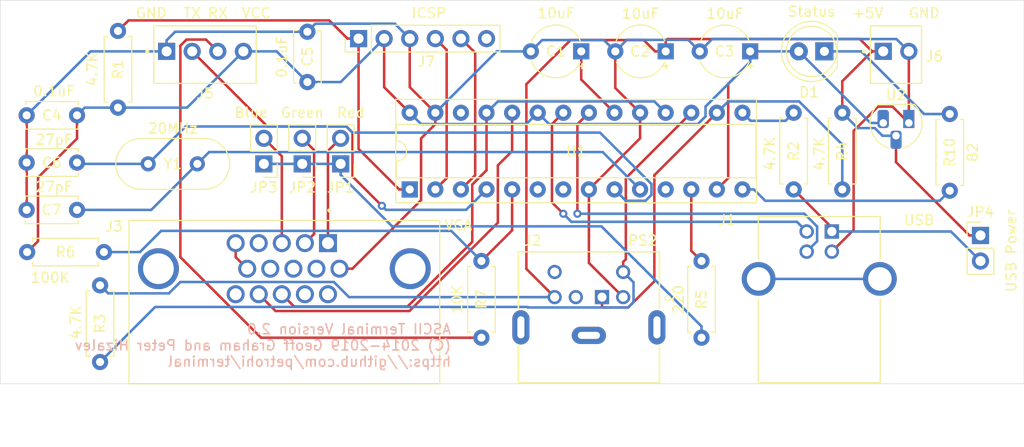
<source format=kicad_pcb>
(kicad_pcb (version 20171130) (host pcbnew 5.1.4-e60b266~84~ubuntu18.04.1)

  (general
    (thickness 1.6)
    (drawings 11)
    (tracks 254)
    (zones 0)
    (modules 33)
    (nets 41)
  )

  (page USLetter portrait)
  (layers
    (0 F.Cu signal)
    (31 B.Cu signal)
    (32 B.Adhes user)
    (33 F.Adhes user)
    (34 B.Paste user)
    (35 F.Paste user)
    (36 B.SilkS user)
    (37 F.SilkS user)
    (38 B.Mask user)
    (39 F.Mask user)
    (40 Dwgs.User user)
    (41 Cmts.User user)
    (42 Eco1.User user)
    (43 Eco2.User user)
    (44 Edge.Cuts user)
    (45 Margin user)
    (46 B.CrtYd user)
    (47 F.CrtYd user)
    (48 B.Fab user)
    (49 F.Fab user)
  )

  (setup
    (last_trace_width 0.25)
    (trace_clearance 0.2)
    (zone_clearance 0.508)
    (zone_45_only no)
    (trace_min 0.2)
    (via_size 0.8)
    (via_drill 0.4)
    (via_min_size 0.4)
    (via_min_drill 0.3)
    (uvia_size 0.3)
    (uvia_drill 0.1)
    (uvias_allowed no)
    (uvia_min_size 0.2)
    (uvia_min_drill 0.1)
    (edge_width 0.05)
    (segment_width 0.2)
    (pcb_text_width 0.3)
    (pcb_text_size 1.5 1.5)
    (mod_edge_width 0.12)
    (mod_text_size 1 1)
    (mod_text_width 0.15)
    (pad_size 1.524 1.524)
    (pad_drill 0.762)
    (pad_to_mask_clearance 0.051)
    (solder_mask_min_width 0.25)
    (aux_axis_origin 0 0)
    (grid_origin 25.4 25.4)
    (visible_elements FFFFFF7F)
    (pcbplotparams
      (layerselection 0x010fc_ffffffff)
      (usegerberextensions false)
      (usegerberattributes false)
      (usegerberadvancedattributes false)
      (creategerberjobfile false)
      (excludeedgelayer true)
      (linewidth 0.100000)
      (plotframeref false)
      (viasonmask false)
      (mode 1)
      (useauxorigin false)
      (hpglpennumber 1)
      (hpglpenspeed 20)
      (hpglpendiameter 15.000000)
      (psnegative false)
      (psa4output false)
      (plotreference true)
      (plotvalue true)
      (plotinvisibletext false)
      (padsonsilk false)
      (subtractmaskfromsilk false)
      (outputformat 4)
      (mirror false)
      (drillshape 0)
      (scaleselection 1)
      (outputdirectory ""))
  )

  (net 0 "")
  (net 1 GND)
  (net 2 "Net-(C1-Pad1)")
  (net 3 +5V)
  (net 4 VCC)
  (net 5 "Net-(C6-Pad1)")
  (net 6 "Net-(C7-Pad1)")
  (net 7 "Net-(D1-Pad1)")
  (net 8 "Net-(J1-Pad5)")
  (net 9 USB_D+)
  (net 10 USB_D-)
  (net 11 USB_VBUS)
  (net 12 "Net-(J2-Pad6)")
  (net 13 PS2_CLK)
  (net 14 "Net-(J2-Pad2)")
  (net 15 "Net-(J3-Pad15)")
  (net 16 VGA_VSYNCH)
  (net 17 VGA_HSYNCH)
  (net 18 "Net-(J3-Pad12)")
  (net 19 "Net-(J3-Pad11)")
  (net 20 "Net-(J3-Pad9)")
  (net 21 "Net-(J3-Pad4)")
  (net 22 "Net-(J3-Pad3)")
  (net 23 "Net-(J3-Pad2)")
  (net 24 "Net-(J3-Pad1)")
  (net 25 "Net-(J5-Pad3)")
  (net 26 SERIAL_TXD)
  (net 27 "Net-(J7-Pad6)")
  (net 28 ICSP_PCC)
  (net 29 ICSP_PGD)
  (net 30 ICSP_MCLR)
  (net 31 "Net-(JP1-Pad1)")
  (net 32 "Net-(R2-Pad1)")
  (net 33 SERIAL_RXD)
  (net 34 "Net-(U1-Pad26)")
  (net 35 VGA_VIDEO)
  (net 36 PS2_DATA)
  (net 37 "Net-(R10-Pad1)")
  (net 38 "Net-(U1-Pad11)")
  (net 39 "Net-(U1-Pad7)")
  (net 40 "Net-(U1-Pad6)")

  (net_class Default "This is the default net class."
    (clearance 0.2)
    (trace_width 0.25)
    (via_dia 0.8)
    (via_drill 0.4)
    (uvia_dia 0.3)
    (uvia_drill 0.1)
    (add_net +5V)
    (add_net GND)
    (add_net ICSP_MCLR)
    (add_net ICSP_PCC)
    (add_net ICSP_PGD)
    (add_net "Net-(C1-Pad1)")
    (add_net "Net-(C6-Pad1)")
    (add_net "Net-(C7-Pad1)")
    (add_net "Net-(D1-Pad1)")
    (add_net "Net-(J1-Pad5)")
    (add_net "Net-(J2-Pad2)")
    (add_net "Net-(J2-Pad6)")
    (add_net "Net-(J3-Pad1)")
    (add_net "Net-(J3-Pad11)")
    (add_net "Net-(J3-Pad12)")
    (add_net "Net-(J3-Pad15)")
    (add_net "Net-(J3-Pad2)")
    (add_net "Net-(J3-Pad3)")
    (add_net "Net-(J3-Pad4)")
    (add_net "Net-(J3-Pad9)")
    (add_net "Net-(J5-Pad3)")
    (add_net "Net-(J7-Pad6)")
    (add_net "Net-(JP1-Pad1)")
    (add_net "Net-(R10-Pad1)")
    (add_net "Net-(R2-Pad1)")
    (add_net "Net-(U1-Pad11)")
    (add_net "Net-(U1-Pad26)")
    (add_net "Net-(U1-Pad6)")
    (add_net "Net-(U1-Pad7)")
    (add_net PS2_CLK)
    (add_net PS2_DATA)
    (add_net SERIAL_RXD)
    (add_net SERIAL_TXD)
    (add_net USB_D+)
    (add_net USB_D-)
    (add_net USB_VBUS)
    (add_net VCC)
    (add_net VGA_HSYNCH)
    (add_net VGA_VIDEO)
    (add_net VGA_VSYNCH)
  )

  (module terminal:CUI_MD-60SM (layer F.Cu) (tedit 5DB8B56F) (tstamp 5DBDC708)
    (at 83.82 56.896 180)
    (path /5D650240)
    (fp_text reference J2 (at 5.588 7.62) (layer F.SilkS)
      (effects (font (size 1.00087 1.00087) (thickness 0.15)))
    )
    (fp_text value PS2 (at -5.334 7.62) (layer F.SilkS)
      (effects (font (size 1.00192 1.00192) (thickness 0.15)))
    )
    (fp_circle (center -7.82 1.91) (end -7.62 1.91) (layer Eco2.User) (width 0.1))
    (fp_line (start -7 6.5) (end -7 -6.5) (layer Eco2.User) (width 0.1524))
    (fp_line (start 7 6.5) (end -7 6.5) (layer Eco2.User) (width 0.1524))
    (fp_line (start 7 -6.5) (end 7 6.5) (layer Eco2.User) (width 0.1524))
    (fp_line (start 3.5 -6.5) (end 7 -6.5) (layer Eco2.User) (width 0.1524))
    (fp_line (start -3.5 -6.5) (end 3.5 -6.5) (layer Eco2.User) (width 0.1524))
    (fp_line (start -7 -6.5) (end -3.5 -6.5) (layer Eco2.User) (width 0.1524))
    (fp_line (start 3.5 -0.5) (end 3.5 -6.5) (layer Eco2.User) (width 0.1524))
    (fp_line (start -3.5 -0.5) (end 3.5 -0.5) (layer Eco2.User) (width 0.1524))
    (fp_line (start -3.5 -6.5) (end -3.5 -0.5) (layer Eco2.User) (width 0.1524))
    (fp_line (start -7.3 -2.8) (end -7.3 -6.75) (layer Eco1.User) (width 0.05))
    (fp_line (start -7.85 -2.8) (end -7.3 -2.8) (layer Eco1.User) (width 0.05))
    (fp_line (start -7.85 0.9) (end -7.85 -2.8) (layer Eco1.User) (width 0.05))
    (fp_line (start -7.3 0.9) (end -7.85 0.9) (layer Eco1.User) (width 0.05))
    (fp_line (start -7.3 6.75) (end -7.3 0.9) (layer Eco1.User) (width 0.05))
    (fp_line (start 7.3 6.75) (end -7.3 6.75) (layer Eco1.User) (width 0.05))
    (fp_line (start 7.3 0.9) (end 7.3 6.75) (layer Eco1.User) (width 0.05))
    (fp_line (start 7.85 0.9) (end 7.3 0.9) (layer Eco1.User) (width 0.05))
    (fp_line (start 7.85 -2.8) (end 7.85 0.9) (layer Eco1.User) (width 0.05))
    (fp_line (start 7.3 -2.8) (end 7.85 -2.8) (layer Eco1.User) (width 0.05))
    (fp_line (start 7.3 -6.75) (end 7.3 -2.8) (layer Eco1.User) (width 0.05))
    (fp_line (start -7.3 -6.75) (end 7.3 -6.75) (layer Eco1.User) (width 0.05))
    (fp_line (start 7 6.5) (end 7 0.9) (layer F.SilkS) (width 0.1524))
    (fp_line (start 7 -6.5) (end 7 -2.8) (layer F.SilkS) (width 0.1524))
    (fp_line (start -7 6.5) (end -7 0.9) (layer F.SilkS) (width 0.1524))
    (fp_line (start -7 -6.5) (end -7 -2.8) (layer F.SilkS) (width 0.1524))
    (fp_circle (center -7.82 1.91) (end -7.566 1.91) (layer F.SilkS) (width 0.1))
    (fp_text user PANEL~FRONT (at -1.0923 -5.88804) (layer F.Cu) hide
      (effects (font (size 1 1) (thickness 0.05)))
    )
    (fp_line (start 1.4478 -5.61226) (end 1.4478 -6.42026) (layer Eco2.User) (width 0.1524))
    (fp_line (start -1.4478 -5.61226) (end 1.4478 -5.61226) (layer Eco2.User) (width 0.1524))
    (fp_line (start -1.4478 -6.42026) (end -1.4478 -5.61226) (layer Eco2.User) (width 0.1524))
    (fp_line (start 7 6.5) (end -7 6.5) (layer F.SilkS) (width 0.127))
    (fp_line (start -7 -6.5) (end 7 -6.5) (layer F.SilkS) (width 0.127))
    (pad S3 thru_hole oval (at 6.75 -1 270) (size 3.4 1.7) (drill oval 2.2 0.7) (layers *.Cu *.Mask))
    (pad S2 thru_hole oval (at -6.75 -1 270) (size 3.4 1.7) (drill oval 2.2 0.7) (layers *.Cu *.Mask))
    (pad 6 thru_hole circle (at 3.4 4.5 180) (size 1.408 1.408) (drill 0.9) (layers *.Cu *.Mask)
      (net 12 "Net-(J2-Pad6)"))
    (pad 5 thru_hole circle (at -3.4 4.5 180) (size 1.408 1.408) (drill 0.9) (layers *.Cu *.Mask)
      (net 13 PS2_CLK))
    (pad 4 thru_hole circle (at 3.4 2 180) (size 1.408 1.408) (drill 0.9) (layers *.Cu *.Mask)
      (net 3 +5V))
    (pad 2 thru_hole circle (at 1.3 2 180) (size 1.408 1.408) (drill 0.9) (layers *.Cu *.Mask)
      (net 14 "Net-(J2-Pad2)"))
    (pad 1 thru_hole rect (at -1.3 2 180) (size 1.408 1.408) (drill 0.9) (layers *.Cu *.Mask)
      (net 36 PS2_DATA))
    (pad 3 thru_hole circle (at -3.4 2 180) (size 1.408 1.408) (drill 0.9) (layers *.Cu *.Mask)
      (net 1 GND))
    (pad S1 thru_hole oval (at 0 -1.8 180) (size 3.4 1.7) (drill oval 2.2 0.7) (layers *.Cu *.Mask))
    (model ${KIPRJMOD}/3d/CUI_MD-60SM.step
      (offset (xyz 0 6.502400000000001 6.502400000000001))
      (scale (xyz 1 1 1))
      (rotate (xyz -90 0 -90))
    )
  )

  (module terminal:TE_3-641215-2 (layer F.Cu) (tedit 5DA3559D) (tstamp 5DBDC7C0)
    (at 113.03 30.48 180)
    (path /5D727A66)
    (fp_text reference J6 (at -5.08 -0.508) (layer F.SilkS)
      (effects (font (size 1 1) (thickness 0.14986)))
    )
    (fp_text value "External 5V" (at -1.635 4.405) (layer F.SilkS) hide
      (effects (font (size 1 1) (thickness 0.05)))
    )
    (fp_circle (center 1.92 0) (end 2.02 0) (layer Eco2.User) (width 0.2))
    (fp_circle (center 1.92 0) (end 2.02 0) (layer F.SilkS) (width 0.2))
    (fp_line (start 1.52 2.79) (end -4.06 2.79) (layer Eco1.User) (width 0.05))
    (fp_line (start 1.52 -3.43) (end 1.52 2.79) (layer Eco1.User) (width 0.05))
    (fp_line (start -4.06 -3.43) (end 1.52 -3.43) (layer Eco1.User) (width 0.05))
    (fp_line (start -4.06 2.79) (end -4.06 -3.43) (layer Eco1.User) (width 0.05))
    (fp_line (start 1.27 2.54) (end -3.81 2.54) (layer F.SilkS) (width 0.127))
    (fp_line (start 1.27 -3.18) (end -3.81 -3.18) (layer F.SilkS) (width 0.127))
    (fp_line (start 1.27 -3.18) (end 1.27 2.54) (layer F.SilkS) (width 0.127))
    (fp_line (start -3.81 2.54) (end -3.81 -3.18) (layer F.SilkS) (width 0.127))
    (fp_line (start 1.27 -3.18) (end 1.27 2.54) (layer Eco2.User) (width 0.127))
    (fp_line (start -3.81 -3.18) (end 1.27 -3.18) (layer Eco2.User) (width 0.127))
    (fp_line (start -3.81 2.54) (end -3.81 -3.18) (layer Eco2.User) (width 0.127))
    (fp_line (start 1.27 2.54) (end -3.81 2.54) (layer Eco2.User) (width 0.127))
    (fp_line (start 1.27 -3.18) (end 1.27 2.54) (layer Eco2.User) (width 0.127))
    (fp_line (start -3.81 -3.18) (end 1.27 -3.18) (layer Eco2.User) (width 0.127))
    (fp_line (start -3.81 2.54) (end -3.81 -3.18) (layer Eco2.User) (width 0.127))
    (pad 2 thru_hole circle (at -2.54 0 180) (size 1.7 1.7) (drill 1) (layers *.Cu *.Mask)
      (net 1 GND))
    (pad 1 thru_hole rect (at 0 0 180) (size 1.7 1.7) (drill 1) (layers *.Cu *.Mask)
      (net 3 +5V))
    (model ${KIPRJMOD}/3d/c-3-641215-2-z-3d.stp
      (offset (xyz -1.27 0 2.54))
      (scale (xyz 1 1 1))
      (rotate (xyz 0 0 0))
    )
  )

  (module terminal:TE_3-641215-4 (layer F.Cu) (tedit 5DA355C8) (tstamp 5DBDC879)
    (at 41.91 30.48 180)
    (path /5D91E12B)
    (fp_text reference J5 (at -3.81 -4.191) (layer F.SilkS)
      (effects (font (size 1 1) (thickness 0.1516)))
    )
    (fp_text value Serial (at -6.715 4.405) (layer F.SilkS) hide
      (effects (font (size 1 1) (thickness 0.05)))
    )
    (fp_circle (center 1.92 0) (end 2.02 0) (layer Eco2.User) (width 0.2))
    (fp_circle (center 1.92 0) (end 2.02 0) (layer F.SilkS) (width 0.2))
    (fp_line (start 1.52 2.79) (end -9.14 2.79) (layer Eco1.User) (width 0.05))
    (fp_line (start 1.52 -3.43) (end 1.52 2.79) (layer Eco1.User) (width 0.05))
    (fp_line (start -9.14 -3.43) (end 1.52 -3.43) (layer Eco1.User) (width 0.05))
    (fp_line (start -9.14 2.79) (end -9.14 -3.43) (layer Eco1.User) (width 0.05))
    (fp_line (start 1.27 2.54) (end -8.89 2.54) (layer F.SilkS) (width 0.127))
    (fp_line (start 1.27 -3.18) (end -8.89 -3.18) (layer F.SilkS) (width 0.127))
    (fp_line (start 1.27 -3.18) (end 1.27 2.54) (layer F.SilkS) (width 0.127))
    (fp_line (start -8.89 2.54) (end -8.89 -3.18) (layer F.SilkS) (width 0.127))
    (fp_line (start 1.27 -3.18) (end 1.27 2.54) (layer Eco2.User) (width 0.127))
    (fp_line (start -8.89 -3.18) (end 1.27 -3.18) (layer Eco2.User) (width 0.127))
    (fp_line (start -8.89 2.54) (end -8.89 -3.18) (layer Eco2.User) (width 0.127))
    (fp_line (start 1.27 2.54) (end -8.89 2.54) (layer Eco2.User) (width 0.127))
    (fp_line (start 1.27 -3.18) (end 1.27 2.54) (layer Eco2.User) (width 0.127))
    (fp_line (start -8.89 -3.18) (end 1.27 -3.18) (layer Eco2.User) (width 0.127))
    (fp_line (start -8.89 2.54) (end -8.89 -3.18) (layer Eco2.User) (width 0.127))
    (pad 4 thru_hole circle (at -7.62 0 180) (size 1.7 1.7) (drill 1) (layers *.Cu *.Mask)
      (net 4 VCC))
    (pad 3 thru_hole circle (at -5.08 0 180) (size 1.7 1.7) (drill 1) (layers *.Cu *.Mask)
      (net 25 "Net-(J5-Pad3)"))
    (pad 2 thru_hole circle (at -2.54 0 180) (size 1.7 1.7) (drill 1) (layers *.Cu *.Mask)
      (net 26 SERIAL_TXD))
    (pad 1 thru_hole rect (at 0 0 180) (size 1.7 1.7) (drill 1) (layers *.Cu *.Mask)
      (net 1 GND))
    (model ${KIPRJMOD}/3d/c-3-641215-4-z-3d.stp
      (offset (xyz -3.81 -0 2.54))
      (scale (xyz 1 1 1))
      (rotate (xyz 0 0 0))
    )
  )

  (module Package_TO_SOT_THT:TO-92_HandSolder (layer F.Cu) (tedit 5A282C46) (tstamp 5DBDC83F)
    (at 115.57 37.592 180)
    (descr "TO-92 leads molded, narrow, drill 0.75mm, handsoldering variant with enlarged pads (see NXP sot054_po.pdf)")
    (tags "to-92 sc-43 sc-43a sot54 PA33 transistor")
    (path /5D604750)
    (fp_text reference U2 (at 1.27 2.794) (layer F.SilkS)
      (effects (font (size 1 1) (thickness 0.15)))
    )
    (fp_text value MCP1700-3302E_TO92 (at 1.27 2.79) (layer F.Fab) hide
      (effects (font (size 1 1) (thickness 0.15)))
    )
    (fp_arc (start 1.27 0) (end 2.05 -2.45) (angle 117.6433766) (layer F.SilkS) (width 0.12))
    (fp_arc (start 1.27 0) (end 1.27 -2.48) (angle -135) (layer F.Fab) (width 0.1))
    (fp_arc (start 1.27 0) (end 0.45 -2.45) (angle -116.9632683) (layer F.SilkS) (width 0.12))
    (fp_arc (start 1.27 0) (end 1.27 -2.48) (angle 135) (layer F.Fab) (width 0.1))
    (fp_line (start 4 2.01) (end -1.46 2.01) (layer F.CrtYd) (width 0.05))
    (fp_line (start 4 2.01) (end 4 -3.05) (layer F.CrtYd) (width 0.05))
    (fp_line (start -1.45 -3.05) (end -1.46 2.01) (layer F.CrtYd) (width 0.05))
    (fp_line (start -1.46 -3.05) (end 4 -3.05) (layer F.CrtYd) (width 0.05))
    (fp_line (start -0.5 1.75) (end 3 1.75) (layer F.Fab) (width 0.1))
    (fp_line (start -0.53 1.85) (end 3.07 1.85) (layer F.SilkS) (width 0.12))
    (fp_text user %R (at 1.27 -4.4) (layer F.Fab)
      (effects (font (size 1 1) (thickness 0.15)))
    )
    (pad 1 thru_hole rect (at 0 0 180) (size 1.1 1.8) (drill 0.75 (offset 0 0.4)) (layers *.Cu *.Mask)
      (net 1 GND))
    (pad 3 thru_hole roundrect (at 2.54 0 180) (size 1.1 1.8) (drill 0.75 (offset 0 0.4)) (layers *.Cu *.Mask) (roundrect_rratio 0.25)
      (net 4 VCC))
    (pad 2 thru_hole roundrect (at 1.27 -1.27 180) (size 1.1 1.8) (drill 0.75 (offset 0 -0.4)) (layers *.Cu *.Mask) (roundrect_rratio 0.25)
      (net 3 +5V))
    (model ${KISYS3DMOD}/Package_TO_SOT_THT.3dshapes/TO-92.wrl
      (at (xyz 0 0 0))
      (scale (xyz 1 1 1))
      (rotate (xyz 0 0 0))
    )
  )

  (module Resistor_THT:R_Axial_DIN0207_L6.3mm_D2.5mm_P7.62mm_Horizontal placed (layer F.Cu) (tedit 5AE5139B) (tstamp 5DBDC802)
    (at 119.634 44.323 90)
    (descr "Resistor, Axial_DIN0207 series, Axial, Horizontal, pin pitch=7.62mm, 0.25W = 1/4W, length*diameter=6.3*2.5mm^2, http://cdn-reichelt.de/documents/datenblatt/B400/1_4W%23YAG.pdf")
    (tags "Resistor Axial_DIN0207 series Axial Horizontal pin pitch 7.62mm 0.25W = 1/4W length 6.3mm diameter 2.5mm")
    (path /5D6BEBF8)
    (fp_text reference R10 (at 3.81 0 90) (layer F.SilkS)
      (effects (font (size 1 1) (thickness 0.15)))
    )
    (fp_text value 82 (at 3.81 2.286 90) (layer F.SilkS)
      (effects (font (size 1 1) (thickness 0.15)))
    )
    (fp_text user %R (at 3.81 0 90) (layer F.Fab)
      (effects (font (size 1 1) (thickness 0.15)))
    )
    (fp_line (start 8.67 -1.5) (end -1.05 -1.5) (layer F.CrtYd) (width 0.05))
    (fp_line (start 8.67 1.5) (end 8.67 -1.5) (layer F.CrtYd) (width 0.05))
    (fp_line (start -1.05 1.5) (end 8.67 1.5) (layer F.CrtYd) (width 0.05))
    (fp_line (start -1.05 -1.5) (end -1.05 1.5) (layer F.CrtYd) (width 0.05))
    (fp_line (start 7.08 1.37) (end 7.08 1.04) (layer F.SilkS) (width 0.12))
    (fp_line (start 0.54 1.37) (end 7.08 1.37) (layer F.SilkS) (width 0.12))
    (fp_line (start 0.54 1.04) (end 0.54 1.37) (layer F.SilkS) (width 0.12))
    (fp_line (start 7.08 -1.37) (end 7.08 -1.04) (layer F.SilkS) (width 0.12))
    (fp_line (start 0.54 -1.37) (end 7.08 -1.37) (layer F.SilkS) (width 0.12))
    (fp_line (start 0.54 -1.04) (end 0.54 -1.37) (layer F.SilkS) (width 0.12))
    (fp_line (start 7.62 0) (end 6.96 0) (layer F.Fab) (width 0.1))
    (fp_line (start 0 0) (end 0.66 0) (layer F.Fab) (width 0.1))
    (fp_line (start 6.96 -1.25) (end 0.66 -1.25) (layer F.Fab) (width 0.1))
    (fp_line (start 6.96 1.25) (end 6.96 -1.25) (layer F.Fab) (width 0.1))
    (fp_line (start 0.66 1.25) (end 6.96 1.25) (layer F.Fab) (width 0.1))
    (fp_line (start 0.66 -1.25) (end 0.66 1.25) (layer F.Fab) (width 0.1))
    (pad 2 thru_hole oval (at 7.62 0 90) (size 1.6 1.6) (drill 0.8) (layers *.Cu *.Mask)
      (net 7 "Net-(D1-Pad1)"))
    (pad 1 thru_hole circle (at 0 0 90) (size 1.6 1.6) (drill 0.8) (layers *.Cu *.Mask)
      (net 37 "Net-(R10-Pad1)"))
    (model ${KISYS3DMOD}/Resistor_THT.3dshapes/R_Axial_DIN0207_L6.3mm_D2.5mm_P7.62mm_Horizontal.wrl
      (at (xyz 0 0 0))
      (scale (xyz 1 1 1))
      (rotate (xyz 0 0 0))
    )
  )

  (module Resistor_THT:R_Axial_DIN0207_L6.3mm_D2.5mm_P7.62mm_Horizontal placed (layer F.Cu) (tedit 5AE5139B) (tstamp 5DBDC77E)
    (at 73.152 58.928 90)
    (descr "Resistor, Axial_DIN0207 series, Axial, Horizontal, pin pitch=7.62mm, 0.25W = 1/4W, length*diameter=6.3*2.5mm^2, http://cdn-reichelt.de/documents/datenblatt/B400/1_4W%23YAG.pdf")
    (tags "Resistor Axial_DIN0207 series Axial Horizontal pin pitch 7.62mm 0.25W = 1/4W length 6.3mm diameter 2.5mm")
    (path /5D96AD3C)
    (fp_text reference R7 (at 3.81 0 90) (layer F.SilkS)
      (effects (font (size 1 1) (thickness 0.15)))
    )
    (fp_text value 10K (at 3.81 -2.413 90) (layer F.SilkS)
      (effects (font (size 1 1) (thickness 0.15)))
    )
    (fp_text user %R (at 3.81 0 90) (layer F.Fab)
      (effects (font (size 1 1) (thickness 0.15)))
    )
    (fp_line (start 8.67 -1.5) (end -1.05 -1.5) (layer F.CrtYd) (width 0.05))
    (fp_line (start 8.67 1.5) (end 8.67 -1.5) (layer F.CrtYd) (width 0.05))
    (fp_line (start -1.05 1.5) (end 8.67 1.5) (layer F.CrtYd) (width 0.05))
    (fp_line (start -1.05 -1.5) (end -1.05 1.5) (layer F.CrtYd) (width 0.05))
    (fp_line (start 7.08 1.37) (end 7.08 1.04) (layer F.SilkS) (width 0.12))
    (fp_line (start 0.54 1.37) (end 7.08 1.37) (layer F.SilkS) (width 0.12))
    (fp_line (start 0.54 1.04) (end 0.54 1.37) (layer F.SilkS) (width 0.12))
    (fp_line (start 7.08 -1.37) (end 7.08 -1.04) (layer F.SilkS) (width 0.12))
    (fp_line (start 0.54 -1.37) (end 7.08 -1.37) (layer F.SilkS) (width 0.12))
    (fp_line (start 0.54 -1.04) (end 0.54 -1.37) (layer F.SilkS) (width 0.12))
    (fp_line (start 7.62 0) (end 6.96 0) (layer F.Fab) (width 0.1))
    (fp_line (start 0 0) (end 0.66 0) (layer F.Fab) (width 0.1))
    (fp_line (start 6.96 -1.25) (end 0.66 -1.25) (layer F.Fab) (width 0.1))
    (fp_line (start 6.96 1.25) (end 6.96 -1.25) (layer F.Fab) (width 0.1))
    (fp_line (start 0.66 1.25) (end 6.96 1.25) (layer F.Fab) (width 0.1))
    (fp_line (start 0.66 -1.25) (end 0.66 1.25) (layer F.Fab) (width 0.1))
    (pad 2 thru_hole oval (at 7.62 0 90) (size 1.6 1.6) (drill 0.8) (layers *.Cu *.Mask)
      (net 33 SERIAL_RXD))
    (pad 1 thru_hole circle (at 0 0 90) (size 1.6 1.6) (drill 0.8) (layers *.Cu *.Mask)
      (net 25 "Net-(J5-Pad3)"))
    (model ${KISYS3DMOD}/Resistor_THT.3dshapes/R_Axial_DIN0207_L6.3mm_D2.5mm_P7.62mm_Horizontal.wrl
      (at (xyz 0 0 0))
      (scale (xyz 1 1 1))
      (rotate (xyz 0 0 0))
    )
  )

  (module Resistor_THT:R_Axial_DIN0207_L6.3mm_D2.5mm_P7.62mm_Horizontal placed (layer F.Cu) (tedit 5AE5139B) (tstamp 5DBDBD79)
    (at 35.687 50.419 180)
    (descr "Resistor, Axial_DIN0207 series, Axial, Horizontal, pin pitch=7.62mm, 0.25W = 1/4W, length*diameter=6.3*2.5mm^2, http://cdn-reichelt.de/documents/datenblatt/B400/1_4W%23YAG.pdf")
    (tags "Resistor Axial_DIN0207 series Axial Horizontal pin pitch 7.62mm 0.25W = 1/4W length 6.3mm diameter 2.5mm")
    (path /5D981475)
    (fp_text reference R6 (at 3.81 0) (layer F.SilkS)
      (effects (font (size 1 1) (thickness 0.15)))
    )
    (fp_text value 100K (at 5.334 -2.54) (layer F.SilkS)
      (effects (font (size 1 1) (thickness 0.15)))
    )
    (fp_text user %R (at 3.81 0) (layer F.Fab)
      (effects (font (size 1 1) (thickness 0.15)))
    )
    (fp_line (start 8.67 -1.5) (end -1.05 -1.5) (layer F.CrtYd) (width 0.05))
    (fp_line (start 8.67 1.5) (end 8.67 -1.5) (layer F.CrtYd) (width 0.05))
    (fp_line (start -1.05 1.5) (end 8.67 1.5) (layer F.CrtYd) (width 0.05))
    (fp_line (start -1.05 -1.5) (end -1.05 1.5) (layer F.CrtYd) (width 0.05))
    (fp_line (start 7.08 1.37) (end 7.08 1.04) (layer F.SilkS) (width 0.12))
    (fp_line (start 0.54 1.37) (end 7.08 1.37) (layer F.SilkS) (width 0.12))
    (fp_line (start 0.54 1.04) (end 0.54 1.37) (layer F.SilkS) (width 0.12))
    (fp_line (start 7.08 -1.37) (end 7.08 -1.04) (layer F.SilkS) (width 0.12))
    (fp_line (start 0.54 -1.37) (end 7.08 -1.37) (layer F.SilkS) (width 0.12))
    (fp_line (start 0.54 -1.04) (end 0.54 -1.37) (layer F.SilkS) (width 0.12))
    (fp_line (start 7.62 0) (end 6.96 0) (layer F.Fab) (width 0.1))
    (fp_line (start 0 0) (end 0.66 0) (layer F.Fab) (width 0.1))
    (fp_line (start 6.96 -1.25) (end 0.66 -1.25) (layer F.Fab) (width 0.1))
    (fp_line (start 6.96 1.25) (end 6.96 -1.25) (layer F.Fab) (width 0.1))
    (fp_line (start 0.66 1.25) (end 6.96 1.25) (layer F.Fab) (width 0.1))
    (fp_line (start 0.66 -1.25) (end 0.66 1.25) (layer F.Fab) (width 0.1))
    (pad 2 thru_hole oval (at 7.62 0 180) (size 1.6 1.6) (drill 0.8) (layers *.Cu *.Mask)
      (net 4 VCC))
    (pad 1 thru_hole circle (at 0 0 180) (size 1.6 1.6) (drill 0.8) (layers *.Cu *.Mask)
      (net 33 SERIAL_RXD))
    (model ${KISYS3DMOD}/Resistor_THT.3dshapes/R_Axial_DIN0207_L6.3mm_D2.5mm_P7.62mm_Horizontal.wrl
      (at (xyz 0 0 0))
      (scale (xyz 1 1 1))
      (rotate (xyz 0 0 0))
    )
  )

  (module Resistor_THT:R_Axial_DIN0207_L6.3mm_D2.5mm_P7.62mm_Horizontal placed (layer F.Cu) (tedit 5AE5139B) (tstamp 5DBDC5AD)
    (at 94.996 58.928 90)
    (descr "Resistor, Axial_DIN0207 series, Axial, Horizontal, pin pitch=7.62mm, 0.25W = 1/4W, length*diameter=6.3*2.5mm^2, http://cdn-reichelt.de/documents/datenblatt/B400/1_4W%23YAG.pdf")
    (tags "Resistor Axial_DIN0207 series Axial Horizontal pin pitch 7.62mm 0.25W = 1/4W length 6.3mm diameter 2.5mm")
    (path /5D6EA210)
    (fp_text reference R5 (at 3.81 0 90) (layer F.SilkS)
      (effects (font (size 1 1) (thickness 0.15)))
    )
    (fp_text value 220 (at 3.81 -2.286 90) (layer F.SilkS)
      (effects (font (size 1 1) (thickness 0.15)))
    )
    (fp_text user %R (at 3.81 0 90) (layer F.Fab)
      (effects (font (size 1 1) (thickness 0.15)))
    )
    (fp_line (start 8.67 -1.5) (end -1.05 -1.5) (layer F.CrtYd) (width 0.05))
    (fp_line (start 8.67 1.5) (end 8.67 -1.5) (layer F.CrtYd) (width 0.05))
    (fp_line (start -1.05 1.5) (end 8.67 1.5) (layer F.CrtYd) (width 0.05))
    (fp_line (start -1.05 -1.5) (end -1.05 1.5) (layer F.CrtYd) (width 0.05))
    (fp_line (start 7.08 1.37) (end 7.08 1.04) (layer F.SilkS) (width 0.12))
    (fp_line (start 0.54 1.37) (end 7.08 1.37) (layer F.SilkS) (width 0.12))
    (fp_line (start 0.54 1.04) (end 0.54 1.37) (layer F.SilkS) (width 0.12))
    (fp_line (start 7.08 -1.37) (end 7.08 -1.04) (layer F.SilkS) (width 0.12))
    (fp_line (start 0.54 -1.37) (end 7.08 -1.37) (layer F.SilkS) (width 0.12))
    (fp_line (start 0.54 -1.04) (end 0.54 -1.37) (layer F.SilkS) (width 0.12))
    (fp_line (start 7.62 0) (end 6.96 0) (layer F.Fab) (width 0.1))
    (fp_line (start 0 0) (end 0.66 0) (layer F.Fab) (width 0.1))
    (fp_line (start 6.96 -1.25) (end 0.66 -1.25) (layer F.Fab) (width 0.1))
    (fp_line (start 6.96 1.25) (end 6.96 -1.25) (layer F.Fab) (width 0.1))
    (fp_line (start 0.66 1.25) (end 6.96 1.25) (layer F.Fab) (width 0.1))
    (fp_line (start 0.66 -1.25) (end 0.66 1.25) (layer F.Fab) (width 0.1))
    (pad 2 thru_hole oval (at 7.62 0 90) (size 1.6 1.6) (drill 0.8) (layers *.Cu *.Mask)
      (net 35 VGA_VIDEO))
    (pad 1 thru_hole circle (at 0 0 90) (size 1.6 1.6) (drill 0.8) (layers *.Cu *.Mask)
      (net 31 "Net-(JP1-Pad1)"))
    (model ${KISYS3DMOD}/Resistor_THT.3dshapes/R_Axial_DIN0207_L6.3mm_D2.5mm_P7.62mm_Horizontal.wrl
      (at (xyz 0 0 0))
      (scale (xyz 1 1 1))
      (rotate (xyz 0 0 0))
    )
  )

  (module Resistor_THT:R_Axial_DIN0207_L6.3mm_D2.5mm_P7.62mm_Horizontal placed (layer F.Cu) (tedit 5AE5139B) (tstamp 5DBDBDDF)
    (at 108.966 44.196 90)
    (descr "Resistor, Axial_DIN0207 series, Axial, Horizontal, pin pitch=7.62mm, 0.25W = 1/4W, length*diameter=6.3*2.5mm^2, http://cdn-reichelt.de/documents/datenblatt/B400/1_4W%23YAG.pdf")
    (tags "Resistor Axial_DIN0207 series Axial Horizontal pin pitch 7.62mm 0.25W = 1/4W length 6.3mm diameter 2.5mm")
    (path /5D684D18)
    (fp_text reference R4 (at 3.81 0 90) (layer F.SilkS)
      (effects (font (size 1 1) (thickness 0.15)))
    )
    (fp_text value 4.7K (at 3.556 -2.286 90) (layer F.SilkS)
      (effects (font (size 1 1) (thickness 0.15)))
    )
    (fp_text user %R (at 3.81 0 90) (layer F.Fab)
      (effects (font (size 1 1) (thickness 0.15)))
    )
    (fp_line (start 8.67 -1.5) (end -1.05 -1.5) (layer F.CrtYd) (width 0.05))
    (fp_line (start 8.67 1.5) (end 8.67 -1.5) (layer F.CrtYd) (width 0.05))
    (fp_line (start -1.05 1.5) (end 8.67 1.5) (layer F.CrtYd) (width 0.05))
    (fp_line (start -1.05 -1.5) (end -1.05 1.5) (layer F.CrtYd) (width 0.05))
    (fp_line (start 7.08 1.37) (end 7.08 1.04) (layer F.SilkS) (width 0.12))
    (fp_line (start 0.54 1.37) (end 7.08 1.37) (layer F.SilkS) (width 0.12))
    (fp_line (start 0.54 1.04) (end 0.54 1.37) (layer F.SilkS) (width 0.12))
    (fp_line (start 7.08 -1.37) (end 7.08 -1.04) (layer F.SilkS) (width 0.12))
    (fp_line (start 0.54 -1.37) (end 7.08 -1.37) (layer F.SilkS) (width 0.12))
    (fp_line (start 0.54 -1.04) (end 0.54 -1.37) (layer F.SilkS) (width 0.12))
    (fp_line (start 7.62 0) (end 6.96 0) (layer F.Fab) (width 0.1))
    (fp_line (start 0 0) (end 0.66 0) (layer F.Fab) (width 0.1))
    (fp_line (start 6.96 -1.25) (end 0.66 -1.25) (layer F.Fab) (width 0.1))
    (fp_line (start 6.96 1.25) (end 6.96 -1.25) (layer F.Fab) (width 0.1))
    (fp_line (start 0.66 1.25) (end 6.96 1.25) (layer F.Fab) (width 0.1))
    (fp_line (start 0.66 -1.25) (end 0.66 1.25) (layer F.Fab) (width 0.1))
    (pad 2 thru_hole oval (at 7.62 0 90) (size 1.6 1.6) (drill 0.8) (layers *.Cu *.Mask)
      (net 3 +5V))
    (pad 1 thru_hole circle (at 0 0 90) (size 1.6 1.6) (drill 0.8) (layers *.Cu *.Mask)
      (net 36 PS2_DATA))
    (model ${KISYS3DMOD}/Resistor_THT.3dshapes/R_Axial_DIN0207_L6.3mm_D2.5mm_P7.62mm_Horizontal.wrl
      (at (xyz 0 0 0))
      (scale (xyz 1 1 1))
      (rotate (xyz 0 0 0))
    )
  )

  (module Resistor_THT:R_Axial_DIN0207_L6.3mm_D2.5mm_P7.62mm_Horizontal placed (layer F.Cu) (tedit 5AE5139B) (tstamp 5DBDBE24)
    (at 35.306 61.341 90)
    (descr "Resistor, Axial_DIN0207 series, Axial, Horizontal, pin pitch=7.62mm, 0.25W = 1/4W, length*diameter=6.3*2.5mm^2, http://cdn-reichelt.de/documents/datenblatt/B400/1_4W%23YAG.pdf")
    (tags "Resistor Axial_DIN0207 series Axial Horizontal pin pitch 7.62mm 0.25W = 1/4W length 6.3mm diameter 2.5mm")
    (path /5D67DCF4)
    (fp_text reference R3 (at 3.81 0 90) (layer F.SilkS)
      (effects (font (size 1 1) (thickness 0.15)))
    )
    (fp_text value 4.7K (at 3.937 -2.413 90) (layer F.SilkS)
      (effects (font (size 1 1) (thickness 0.15)))
    )
    (fp_text user %R (at 3.81 0 90) (layer F.Fab)
      (effects (font (size 1 1) (thickness 0.15)))
    )
    (fp_line (start 8.67 -1.5) (end -1.05 -1.5) (layer F.CrtYd) (width 0.05))
    (fp_line (start 8.67 1.5) (end 8.67 -1.5) (layer F.CrtYd) (width 0.05))
    (fp_line (start -1.05 1.5) (end 8.67 1.5) (layer F.CrtYd) (width 0.05))
    (fp_line (start -1.05 -1.5) (end -1.05 1.5) (layer F.CrtYd) (width 0.05))
    (fp_line (start 7.08 1.37) (end 7.08 1.04) (layer F.SilkS) (width 0.12))
    (fp_line (start 0.54 1.37) (end 7.08 1.37) (layer F.SilkS) (width 0.12))
    (fp_line (start 0.54 1.04) (end 0.54 1.37) (layer F.SilkS) (width 0.12))
    (fp_line (start 7.08 -1.37) (end 7.08 -1.04) (layer F.SilkS) (width 0.12))
    (fp_line (start 0.54 -1.37) (end 7.08 -1.37) (layer F.SilkS) (width 0.12))
    (fp_line (start 0.54 -1.04) (end 0.54 -1.37) (layer F.SilkS) (width 0.12))
    (fp_line (start 7.62 0) (end 6.96 0) (layer F.Fab) (width 0.1))
    (fp_line (start 0 0) (end 0.66 0) (layer F.Fab) (width 0.1))
    (fp_line (start 6.96 -1.25) (end 0.66 -1.25) (layer F.Fab) (width 0.1))
    (fp_line (start 6.96 1.25) (end 6.96 -1.25) (layer F.Fab) (width 0.1))
    (fp_line (start 0.66 1.25) (end 6.96 1.25) (layer F.Fab) (width 0.1))
    (fp_line (start 0.66 -1.25) (end 0.66 1.25) (layer F.Fab) (width 0.1))
    (pad 2 thru_hole oval (at 7.62 0 90) (size 1.6 1.6) (drill 0.8) (layers *.Cu *.Mask)
      (net 3 +5V))
    (pad 1 thru_hole circle (at 0 0 90) (size 1.6 1.6) (drill 0.8) (layers *.Cu *.Mask)
      (net 13 PS2_CLK))
    (model ${KISYS3DMOD}/Resistor_THT.3dshapes/R_Axial_DIN0207_L6.3mm_D2.5mm_P7.62mm_Horizontal.wrl
      (at (xyz 0 0 0))
      (scale (xyz 1 1 1))
      (rotate (xyz 0 0 0))
    )
  )

  (module Resistor_THT:R_Axial_DIN0207_L6.3mm_D2.5mm_P7.62mm_Horizontal placed (layer F.Cu) (tedit 5AE5139B) (tstamp 5DBDC4BD)
    (at 104.14 36.576 270)
    (descr "Resistor, Axial_DIN0207 series, Axial, Horizontal, pin pitch=7.62mm, 0.25W = 1/4W, length*diameter=6.3*2.5mm^2, http://cdn-reichelt.de/documents/datenblatt/B400/1_4W%23YAG.pdf")
    (tags "Resistor Axial_DIN0207 series Axial Horizontal pin pitch 7.62mm 0.25W = 1/4W length 6.3mm diameter 2.5mm")
    (path /5D63D7ED)
    (fp_text reference R2 (at 3.81 0 90) (layer F.SilkS)
      (effects (font (size 1 1) (thickness 0.15)))
    )
    (fp_text value 4.7K (at 4.064 2.37 90) (layer F.SilkS)
      (effects (font (size 1 1) (thickness 0.15)))
    )
    (fp_text user %R (at 3.81 0 90) (layer F.Fab)
      (effects (font (size 1 1) (thickness 0.15)))
    )
    (fp_line (start 8.67 -1.5) (end -1.05 -1.5) (layer F.CrtYd) (width 0.05))
    (fp_line (start 8.67 1.5) (end 8.67 -1.5) (layer F.CrtYd) (width 0.05))
    (fp_line (start -1.05 1.5) (end 8.67 1.5) (layer F.CrtYd) (width 0.05))
    (fp_line (start -1.05 -1.5) (end -1.05 1.5) (layer F.CrtYd) (width 0.05))
    (fp_line (start 7.08 1.37) (end 7.08 1.04) (layer F.SilkS) (width 0.12))
    (fp_line (start 0.54 1.37) (end 7.08 1.37) (layer F.SilkS) (width 0.12))
    (fp_line (start 0.54 1.04) (end 0.54 1.37) (layer F.SilkS) (width 0.12))
    (fp_line (start 7.08 -1.37) (end 7.08 -1.04) (layer F.SilkS) (width 0.12))
    (fp_line (start 0.54 -1.37) (end 7.08 -1.37) (layer F.SilkS) (width 0.12))
    (fp_line (start 0.54 -1.04) (end 0.54 -1.37) (layer F.SilkS) (width 0.12))
    (fp_line (start 7.62 0) (end 6.96 0) (layer F.Fab) (width 0.1))
    (fp_line (start 0 0) (end 0.66 0) (layer F.Fab) (width 0.1))
    (fp_line (start 6.96 -1.25) (end 0.66 -1.25) (layer F.Fab) (width 0.1))
    (fp_line (start 6.96 1.25) (end 6.96 -1.25) (layer F.Fab) (width 0.1))
    (fp_line (start 0.66 1.25) (end 6.96 1.25) (layer F.Fab) (width 0.1))
    (fp_line (start 0.66 -1.25) (end 0.66 1.25) (layer F.Fab) (width 0.1))
    (pad 2 thru_hole oval (at 7.62 0 270) (size 1.6 1.6) (drill 0.8) (layers *.Cu *.Mask)
      (net 11 USB_VBUS))
    (pad 1 thru_hole circle (at 0 0 270) (size 1.6 1.6) (drill 0.8) (layers *.Cu *.Mask)
      (net 32 "Net-(R2-Pad1)"))
    (model ${KISYS3DMOD}/Resistor_THT.3dshapes/R_Axial_DIN0207_L6.3mm_D2.5mm_P7.62mm_Horizontal.wrl
      (at (xyz 0 0 0))
      (scale (xyz 1 1 1))
      (rotate (xyz 0 0 0))
    )
  )

  (module Resistor_THT:R_Axial_DIN0207_L6.3mm_D2.5mm_P7.62mm_Horizontal placed (layer F.Cu) (tedit 5AE5139B) (tstamp 5DBDC406)
    (at 37.084 28.448 270)
    (descr "Resistor, Axial_DIN0207 series, Axial, Horizontal, pin pitch=7.62mm, 0.25W = 1/4W, length*diameter=6.3*2.5mm^2, http://cdn-reichelt.de/documents/datenblatt/B400/1_4W%23YAG.pdf")
    (tags "Resistor Axial_DIN0207 series Axial Horizontal pin pitch 7.62mm 0.25W = 1/4W length 6.3mm diameter 2.5mm")
    (path /5D62622D)
    (fp_text reference R1 (at 3.81 0 90) (layer F.SilkS)
      (effects (font (size 1 1) (thickness 0.15)))
    )
    (fp_text value 4.7K (at 3.81 2.54 90) (layer F.SilkS)
      (effects (font (size 1 1) (thickness 0.15)))
    )
    (fp_text user %R (at 3.81 0 90) (layer F.Fab)
      (effects (font (size 1 1) (thickness 0.15)))
    )
    (fp_line (start 8.67 -1.5) (end -1.05 -1.5) (layer F.CrtYd) (width 0.05))
    (fp_line (start 8.67 1.5) (end 8.67 -1.5) (layer F.CrtYd) (width 0.05))
    (fp_line (start -1.05 1.5) (end 8.67 1.5) (layer F.CrtYd) (width 0.05))
    (fp_line (start -1.05 -1.5) (end -1.05 1.5) (layer F.CrtYd) (width 0.05))
    (fp_line (start 7.08 1.37) (end 7.08 1.04) (layer F.SilkS) (width 0.12))
    (fp_line (start 0.54 1.37) (end 7.08 1.37) (layer F.SilkS) (width 0.12))
    (fp_line (start 0.54 1.04) (end 0.54 1.37) (layer F.SilkS) (width 0.12))
    (fp_line (start 7.08 -1.37) (end 7.08 -1.04) (layer F.SilkS) (width 0.12))
    (fp_line (start 0.54 -1.37) (end 7.08 -1.37) (layer F.SilkS) (width 0.12))
    (fp_line (start 0.54 -1.04) (end 0.54 -1.37) (layer F.SilkS) (width 0.12))
    (fp_line (start 7.62 0) (end 6.96 0) (layer F.Fab) (width 0.1))
    (fp_line (start 0 0) (end 0.66 0) (layer F.Fab) (width 0.1))
    (fp_line (start 6.96 -1.25) (end 0.66 -1.25) (layer F.Fab) (width 0.1))
    (fp_line (start 6.96 1.25) (end 6.96 -1.25) (layer F.Fab) (width 0.1))
    (fp_line (start 0.66 1.25) (end 6.96 1.25) (layer F.Fab) (width 0.1))
    (fp_line (start 0.66 -1.25) (end 0.66 1.25) (layer F.Fab) (width 0.1))
    (pad 2 thru_hole oval (at 7.62 0 270) (size 1.6 1.6) (drill 0.8) (layers *.Cu *.Mask)
      (net 4 VCC))
    (pad 1 thru_hole circle (at 0 0 270) (size 1.6 1.6) (drill 0.8) (layers *.Cu *.Mask)
      (net 30 ICSP_MCLR))
    (model ${KISYS3DMOD}/Resistor_THT.3dshapes/R_Axial_DIN0207_L6.3mm_D2.5mm_P7.62mm_Horizontal.wrl
      (at (xyz 0 0 0))
      (scale (xyz 1 1 1))
      (rotate (xyz 0 0 0))
    )
  )

  (module MountingHole:MountingHole_3.2mm_M3 locked (layer F.Cu) (tedit 56D1B4CB) (tstamp 5DBDC2EF)
    (at 123.444 28.956 180)
    (descr "Mounting Hole 3.2mm, no annular, M3")
    (tags "mounting hole 3.2mm no annular m3")
    (attr virtual)
    (fp_text reference REF** (at 0 -4.2) (layer F.SilkS) hide
      (effects (font (size 1 1) (thickness 0.15)))
    )
    (fp_text value MountingHole_3.2mm_M3 (at 0 4.2) (layer F.Fab) hide
      (effects (font (size 1 1) (thickness 0.15)))
    )
    (fp_text user %R (at 0.3 0) (layer F.Fab)
      (effects (font (size 1 1) (thickness 0.15)))
    )
    (fp_circle (center 0 0) (end 3.2 0) (layer Cmts.User) (width 0.15))
    (fp_circle (center 0 0) (end 3.45 0) (layer F.CrtYd) (width 0.05))
    (pad 1 np_thru_hole circle (at 0 0 180) (size 3.2 3.2) (drill 3.2) (layers *.Cu *.Mask))
  )

  (module MountingHole:MountingHole_3.2mm_M3 locked (layer F.Cu) (tedit 56D1B4CB) (tstamp 5DBDC589)
    (at 28.956 28.956 180)
    (descr "Mounting Hole 3.2mm, no annular, M3")
    (tags "mounting hole 3.2mm no annular m3")
    (attr virtual)
    (fp_text reference REF** (at 0 -4.2) (layer F.SilkS) hide
      (effects (font (size 1 1) (thickness 0.15)))
    )
    (fp_text value MountingHole_3.2mm_M3 (at 0 4.2) (layer F.Fab) hide
      (effects (font (size 1 1) (thickness 0.15)))
    )
    (fp_circle (center 0 0) (end 3.45 0) (layer F.CrtYd) (width 0.05))
    (fp_circle (center 0 0) (end 3.2 0) (layer Cmts.User) (width 0.15))
    (fp_text user %R (at 0.3 0) (layer F.Fab)
      (effects (font (size 1 1) (thickness 0.15)))
    )
    (pad 1 np_thru_hole circle (at 0 0 180) (size 3.2 3.2) (drill 3.2) (layers *.Cu *.Mask))
  )

  (module MountingHole:MountingHole_3.2mm_M3 locked (layer F.Cu) (tedit 56D1B4CB) (tstamp 5DBDC22F)
    (at 28.956 59.944 180)
    (descr "Mounting Hole 3.2mm, no annular, M3")
    (tags "mounting hole 3.2mm no annular m3")
    (attr virtual)
    (fp_text reference REF** (at 0 -4.2) (layer F.SilkS) hide
      (effects (font (size 1 1) (thickness 0.15)))
    )
    (fp_text value MountingHole_3.2mm_M3 (at 0 4.2) (layer F.Fab) hide
      (effects (font (size 1 1) (thickness 0.15)))
    )
    (fp_text user %R (at 0.3 0) (layer F.Fab)
      (effects (font (size 1 1) (thickness 0.15)))
    )
    (fp_circle (center 0 0) (end 3.2 0) (layer Cmts.User) (width 0.15))
    (fp_circle (center 0 0) (end 3.45 0) (layer F.CrtYd) (width 0.05))
    (pad 1 np_thru_hole circle (at 0 0 180) (size 3.2 3.2) (drill 3.2) (layers *.Cu *.Mask))
  )

  (module MountingHole:MountingHole_3.2mm_M3 locked (layer F.Cu) (tedit 56D1B4CB) (tstamp 5DBDC496)
    (at 123.444 59.944 180)
    (descr "Mounting Hole 3.2mm, no annular, M3")
    (tags "mounting hole 3.2mm no annular m3")
    (attr virtual)
    (fp_text reference REF** (at 0 -4.2) (layer F.SilkS) hide
      (effects (font (size 1 1) (thickness 0.15)))
    )
    (fp_text value MountingHole_3.2mm_M3 (at 0 4.2) (layer F.Fab) hide
      (effects (font (size 1 1) (thickness 0.15)))
    )
    (fp_circle (center 0 0) (end 3.45 0) (layer F.CrtYd) (width 0.05))
    (fp_circle (center 0 0) (end 3.2 0) (layer Cmts.User) (width 0.15))
    (fp_text user %R (at 0.3 0) (layer F.Fab)
      (effects (font (size 1 1) (thickness 0.15)))
    )
    (pad 1 np_thru_hole circle (at 0 0 180) (size 3.2 3.2) (drill 3.2) (layers *.Cu *.Mask))
  )

  (module Capacitor_THT:C_Disc_D5.0mm_W2.5mm_P5.00mm placed (layer F.Cu) (tedit 5AE50EF0) (tstamp 5DBDC35F)
    (at 33.02 46.228 180)
    (descr "C, Disc series, Radial, pin pitch=5.00mm, , diameter*width=5*2.5mm^2, Capacitor, http://cdn-reichelt.de/documents/datenblatt/B300/DS_KERKO_TC.pdf")
    (tags "C Disc series Radial pin pitch 5.00mm  diameter 5mm width 2.5mm Capacitor")
    (path /5D887C4B)
    (fp_text reference C7 (at 2.54 0) (layer F.SilkS)
      (effects (font (size 1 1) (thickness 0.15)))
    )
    (fp_text value 27pF (at 2.286 2.286) (layer F.SilkS)
      (effects (font (size 1 1) (thickness 0.15)))
    )
    (fp_text user %R (at 2.5 0) (layer F.Fab)
      (effects (font (size 1 1) (thickness 0.15)))
    )
    (fp_line (start 6.05 -1.5) (end -1.05 -1.5) (layer F.CrtYd) (width 0.05))
    (fp_line (start 6.05 1.5) (end 6.05 -1.5) (layer F.CrtYd) (width 0.05))
    (fp_line (start -1.05 1.5) (end 6.05 1.5) (layer F.CrtYd) (width 0.05))
    (fp_line (start -1.05 -1.5) (end -1.05 1.5) (layer F.CrtYd) (width 0.05))
    (fp_line (start 5.12 1.055) (end 5.12 1.37) (layer F.SilkS) (width 0.12))
    (fp_line (start 5.12 -1.37) (end 5.12 -1.055) (layer F.SilkS) (width 0.12))
    (fp_line (start -0.12 1.055) (end -0.12 1.37) (layer F.SilkS) (width 0.12))
    (fp_line (start -0.12 -1.37) (end -0.12 -1.055) (layer F.SilkS) (width 0.12))
    (fp_line (start -0.12 1.37) (end 5.12 1.37) (layer F.SilkS) (width 0.12))
    (fp_line (start -0.12 -1.37) (end 5.12 -1.37) (layer F.SilkS) (width 0.12))
    (fp_line (start 5 -1.25) (end 0 -1.25) (layer F.Fab) (width 0.1))
    (fp_line (start 5 1.25) (end 5 -1.25) (layer F.Fab) (width 0.1))
    (fp_line (start 0 1.25) (end 5 1.25) (layer F.Fab) (width 0.1))
    (fp_line (start 0 -1.25) (end 0 1.25) (layer F.Fab) (width 0.1))
    (pad 2 thru_hole circle (at 5 0 180) (size 1.6 1.6) (drill 0.8) (layers *.Cu *.Mask)
      (net 1 GND))
    (pad 1 thru_hole circle (at 0 0 180) (size 1.6 1.6) (drill 0.8) (layers *.Cu *.Mask)
      (net 6 "Net-(C7-Pad1)"))
    (model ${KISYS3DMOD}/Capacitor_THT.3dshapes/C_Disc_D5.0mm_W2.5mm_P5.00mm.wrl
      (at (xyz 0 0 0))
      (scale (xyz 1 1 1))
      (rotate (xyz 0 0 0))
    )
  )

  (module Capacitor_THT:C_Disc_D5.0mm_W2.5mm_P5.00mm placed (layer F.Cu) (tedit 5AE50EF0) (tstamp 5DBDC674)
    (at 33.02 41.529 180)
    (descr "C, Disc series, Radial, pin pitch=5.00mm, , diameter*width=5*2.5mm^2, Capacitor, http://cdn-reichelt.de/documents/datenblatt/B300/DS_KERKO_TC.pdf")
    (tags "C Disc series Radial pin pitch 5.00mm  diameter 5mm width 2.5mm Capacitor")
    (path /5D887805)
    (fp_text reference C6 (at 2.5 0) (layer F.SilkS)
      (effects (font (size 1 1) (thickness 0.15)))
    )
    (fp_text value 27pF (at 2.286 2.286) (layer F.SilkS)
      (effects (font (size 1 1) (thickness 0.15)))
    )
    (fp_text user %R (at 2.5 0) (layer F.Fab)
      (effects (font (size 1 1) (thickness 0.15)))
    )
    (fp_line (start 6.05 -1.5) (end -1.05 -1.5) (layer F.CrtYd) (width 0.05))
    (fp_line (start 6.05 1.5) (end 6.05 -1.5) (layer F.CrtYd) (width 0.05))
    (fp_line (start -1.05 1.5) (end 6.05 1.5) (layer F.CrtYd) (width 0.05))
    (fp_line (start -1.05 -1.5) (end -1.05 1.5) (layer F.CrtYd) (width 0.05))
    (fp_line (start 5.12 1.055) (end 5.12 1.37) (layer F.SilkS) (width 0.12))
    (fp_line (start 5.12 -1.37) (end 5.12 -1.055) (layer F.SilkS) (width 0.12))
    (fp_line (start -0.12 1.055) (end -0.12 1.37) (layer F.SilkS) (width 0.12))
    (fp_line (start -0.12 -1.37) (end -0.12 -1.055) (layer F.SilkS) (width 0.12))
    (fp_line (start -0.12 1.37) (end 5.12 1.37) (layer F.SilkS) (width 0.12))
    (fp_line (start -0.12 -1.37) (end 5.12 -1.37) (layer F.SilkS) (width 0.12))
    (fp_line (start 5 -1.25) (end 0 -1.25) (layer F.Fab) (width 0.1))
    (fp_line (start 5 1.25) (end 5 -1.25) (layer F.Fab) (width 0.1))
    (fp_line (start 0 1.25) (end 5 1.25) (layer F.Fab) (width 0.1))
    (fp_line (start 0 -1.25) (end 0 1.25) (layer F.Fab) (width 0.1))
    (pad 2 thru_hole circle (at 5 0 180) (size 1.6 1.6) (drill 0.8) (layers *.Cu *.Mask)
      (net 1 GND))
    (pad 1 thru_hole circle (at 0 0 180) (size 1.6 1.6) (drill 0.8) (layers *.Cu *.Mask)
      (net 5 "Net-(C6-Pad1)"))
    (model ${KISYS3DMOD}/Capacitor_THT.3dshapes/C_Disc_D5.0mm_W2.5mm_P5.00mm.wrl
      (at (xyz 0 0 0))
      (scale (xyz 1 1 1))
      (rotate (xyz 0 0 0))
    )
  )

  (module Capacitor_THT:C_Disc_D5.0mm_W2.5mm_P5.00mm placed (layer F.Cu) (tedit 5AE50EF0) (tstamp 5DBDBE88)
    (at 55.88 33.528 90)
    (descr "C, Disc series, Radial, pin pitch=5.00mm, , diameter*width=5*2.5mm^2, Capacitor, http://cdn-reichelt.de/documents/datenblatt/B300/DS_KERKO_TC.pdf")
    (tags "C Disc series Radial pin pitch 5.00mm  diameter 5mm width 2.5mm Capacitor")
    (path /5D634874)
    (fp_text reference C5 (at 2.54 0 90) (layer F.SilkS)
      (effects (font (size 1 1) (thickness 0.15)))
    )
    (fp_text value 0.1uF (at 2.5 -2.54 90) (layer F.SilkS)
      (effects (font (size 1 1) (thickness 0.15)))
    )
    (fp_text user %R (at 2.5 0 90) (layer F.Fab)
      (effects (font (size 1 1) (thickness 0.15)))
    )
    (fp_line (start 6.05 -1.5) (end -1.05 -1.5) (layer F.CrtYd) (width 0.05))
    (fp_line (start 6.05 1.5) (end 6.05 -1.5) (layer F.CrtYd) (width 0.05))
    (fp_line (start -1.05 1.5) (end 6.05 1.5) (layer F.CrtYd) (width 0.05))
    (fp_line (start -1.05 -1.5) (end -1.05 1.5) (layer F.CrtYd) (width 0.05))
    (fp_line (start 5.12 1.055) (end 5.12 1.37) (layer F.SilkS) (width 0.12))
    (fp_line (start 5.12 -1.37) (end 5.12 -1.055) (layer F.SilkS) (width 0.12))
    (fp_line (start -0.12 1.055) (end -0.12 1.37) (layer F.SilkS) (width 0.12))
    (fp_line (start -0.12 -1.37) (end -0.12 -1.055) (layer F.SilkS) (width 0.12))
    (fp_line (start -0.12 1.37) (end 5.12 1.37) (layer F.SilkS) (width 0.12))
    (fp_line (start -0.12 -1.37) (end 5.12 -1.37) (layer F.SilkS) (width 0.12))
    (fp_line (start 5 -1.25) (end 0 -1.25) (layer F.Fab) (width 0.1))
    (fp_line (start 5 1.25) (end 5 -1.25) (layer F.Fab) (width 0.1))
    (fp_line (start 0 1.25) (end 5 1.25) (layer F.Fab) (width 0.1))
    (fp_line (start 0 -1.25) (end 0 1.25) (layer F.Fab) (width 0.1))
    (pad 2 thru_hole circle (at 5 0 90) (size 1.6 1.6) (drill 0.8) (layers *.Cu *.Mask)
      (net 1 GND))
    (pad 1 thru_hole circle (at 0 0 90) (size 1.6 1.6) (drill 0.8) (layers *.Cu *.Mask)
      (net 4 VCC))
    (model ${KISYS3DMOD}/Capacitor_THT.3dshapes/C_Disc_D5.0mm_W2.5mm_P5.00mm.wrl
      (at (xyz 0 0 0))
      (scale (xyz 1 1 1))
      (rotate (xyz 0 0 0))
    )
  )

  (module Capacitor_THT:C_Disc_D5.0mm_W2.5mm_P5.00mm placed (layer F.Cu) (tedit 5AE50EF0) (tstamp 5DBDC638)
    (at 33.02 36.83 180)
    (descr "C, Disc series, Radial, pin pitch=5.00mm, , diameter*width=5*2.5mm^2, Capacitor, http://cdn-reichelt.de/documents/datenblatt/B300/DS_KERKO_TC.pdf")
    (tags "C Disc series Radial pin pitch 5.00mm  diameter 5mm width 2.5mm Capacitor")
    (path /5D62D67F)
    (fp_text reference C4 (at 2.5 0) (layer F.SilkS)
      (effects (font (size 1 1) (thickness 0.15)))
    )
    (fp_text value 0.1uF (at 2.286 2.413) (layer F.SilkS)
      (effects (font (size 1 1) (thickness 0.15)))
    )
    (fp_text user %R (at 2.5 0) (layer F.Fab)
      (effects (font (size 1 1) (thickness 0.15)))
    )
    (fp_line (start 6.05 -1.5) (end -1.05 -1.5) (layer F.CrtYd) (width 0.05))
    (fp_line (start 6.05 1.5) (end 6.05 -1.5) (layer F.CrtYd) (width 0.05))
    (fp_line (start -1.05 1.5) (end 6.05 1.5) (layer F.CrtYd) (width 0.05))
    (fp_line (start -1.05 -1.5) (end -1.05 1.5) (layer F.CrtYd) (width 0.05))
    (fp_line (start 5.12 1.055) (end 5.12 1.37) (layer F.SilkS) (width 0.12))
    (fp_line (start 5.12 -1.37) (end 5.12 -1.055) (layer F.SilkS) (width 0.12))
    (fp_line (start -0.12 1.055) (end -0.12 1.37) (layer F.SilkS) (width 0.12))
    (fp_line (start -0.12 -1.37) (end -0.12 -1.055) (layer F.SilkS) (width 0.12))
    (fp_line (start -0.12 1.37) (end 5.12 1.37) (layer F.SilkS) (width 0.12))
    (fp_line (start -0.12 -1.37) (end 5.12 -1.37) (layer F.SilkS) (width 0.12))
    (fp_line (start 5 -1.25) (end 0 -1.25) (layer F.Fab) (width 0.1))
    (fp_line (start 5 1.25) (end 5 -1.25) (layer F.Fab) (width 0.1))
    (fp_line (start 0 1.25) (end 5 1.25) (layer F.Fab) (width 0.1))
    (fp_line (start 0 -1.25) (end 0 1.25) (layer F.Fab) (width 0.1))
    (pad 2 thru_hole circle (at 5 0 180) (size 1.6 1.6) (drill 0.8) (layers *.Cu *.Mask)
      (net 1 GND))
    (pad 1 thru_hole circle (at 0 0 180) (size 1.6 1.6) (drill 0.8) (layers *.Cu *.Mask)
      (net 4 VCC))
    (model ${KISYS3DMOD}/Capacitor_THT.3dshapes/C_Disc_D5.0mm_W2.5mm_P5.00mm.wrl
      (at (xyz 0 0 0))
      (scale (xyz 1 1 1))
      (rotate (xyz 0 0 0))
    )
  )

  (module Capacitor_THT:CP_Radial_Tantal_D5.0mm_P5.00mm placed (layer F.Cu) (tedit 5AE50EF0) (tstamp 5DBDC3D4)
    (at 99.822 30.48 180)
    (descr "CP, Radial_Tantal series, Radial, pin pitch=5.00mm, , diameter=5.0mm, Tantal Electrolytic Capacitor, http://cdn-reichelt.de/documents/datenblatt/B300/TANTAL-TB-Serie%23.pdf")
    (tags "CP Radial_Tantal series Radial pin pitch 5.00mm  diameter 5.0mm Tantal Electrolytic Capacitor")
    (path /5D61E642)
    (fp_text reference C3 (at 2.54 0) (layer F.SilkS)
      (effects (font (size 1 1) (thickness 0.15)))
    )
    (fp_text value 10uF (at 2.5 3.75) (layer F.SilkS)
      (effects (font (size 1 1) (thickness 0.15)))
    )
    (fp_text user %R (at 2.5 0) (layer F.Fab)
      (effects (font (size 1 1) (thickness 0.15)))
    )
    (fp_line (start -0.054775 -1.725) (end -0.054775 -1.225) (layer F.SilkS) (width 0.12))
    (fp_line (start -0.304775 -1.475) (end 0.195225 -1.475) (layer F.SilkS) (width 0.12))
    (fp_line (start 0.616395 -1.3375) (end 0.616395 -0.8375) (layer F.Fab) (width 0.1))
    (fp_line (start 0.366395 -1.0875) (end 0.866395 -1.0875) (layer F.Fab) (width 0.1))
    (fp_circle (center 2.5 0) (end 6.22 0) (layer F.CrtYd) (width 0.05))
    (fp_circle (center 2.5 0) (end 5 0) (layer F.Fab) (width 0.1))
    (fp_arc (start 2.5 0) (end 0.104003 1.06) (angle -132.27036) (layer F.SilkS) (width 0.12))
    (fp_arc (start 2.5 0) (end 0.104003 -1.06) (angle 132.27036) (layer F.SilkS) (width 0.12))
    (pad 2 thru_hole circle (at 5 0 180) (size 1.6 1.6) (drill 0.8) (layers *.Cu *.Mask)
      (net 1 GND))
    (pad 1 thru_hole rect (at 0 0 180) (size 1.6 1.6) (drill 0.8) (layers *.Cu *.Mask)
      (net 4 VCC))
    (model ${KISYS3DMOD}/Capacitor_THT.3dshapes/CP_Radial_Tantal_D5.0mm_P5.00mm.wrl
      (at (xyz 0 0 0))
      (scale (xyz 1 1 1))
      (rotate (xyz 0 0 0))
    )
  )

  (module Capacitor_THT:CP_Radial_Tantal_D5.0mm_P5.00mm placed (layer F.Cu) (tedit 5AE50EF0) (tstamp 5DBDC51E)
    (at 91.44 30.48 180)
    (descr "CP, Radial_Tantal series, Radial, pin pitch=5.00mm, , diameter=5.0mm, Tantal Electrolytic Capacitor, http://cdn-reichelt.de/documents/datenblatt/B300/TANTAL-TB-Serie%23.pdf")
    (tags "CP Radial_Tantal series Radial pin pitch 5.00mm  diameter 5.0mm Tantal Electrolytic Capacitor")
    (path /5D61D25D)
    (fp_text reference C2 (at 2.54 0) (layer F.SilkS)
      (effects (font (size 1 1) (thickness 0.15)))
    )
    (fp_text value 10uF (at 2.5 3.75) (layer F.SilkS)
      (effects (font (size 1 1) (thickness 0.15)))
    )
    (fp_text user %R (at 2.5 0) (layer F.Fab)
      (effects (font (size 1 1) (thickness 0.15)))
    )
    (fp_line (start -0.054775 -1.725) (end -0.054775 -1.225) (layer F.SilkS) (width 0.12))
    (fp_line (start -0.304775 -1.475) (end 0.195225 -1.475) (layer F.SilkS) (width 0.12))
    (fp_line (start 0.616395 -1.3375) (end 0.616395 -0.8375) (layer F.Fab) (width 0.1))
    (fp_line (start 0.366395 -1.0875) (end 0.866395 -1.0875) (layer F.Fab) (width 0.1))
    (fp_circle (center 2.5 0) (end 6.22 0) (layer F.CrtYd) (width 0.05))
    (fp_circle (center 2.5 0) (end 5 0) (layer F.Fab) (width 0.1))
    (fp_arc (start 2.5 0) (end 0.104003 1.06) (angle -132.27036) (layer F.SilkS) (width 0.12))
    (fp_arc (start 2.5 0) (end 0.104003 -1.06) (angle 132.27036) (layer F.SilkS) (width 0.12))
    (pad 2 thru_hole circle (at 5 0 180) (size 1.6 1.6) (drill 0.8) (layers *.Cu *.Mask)
      (net 1 GND))
    (pad 1 thru_hole rect (at 0 0 180) (size 1.6 1.6) (drill 0.8) (layers *.Cu *.Mask)
      (net 3 +5V))
    (model ${KISYS3DMOD}/Capacitor_THT.3dshapes/CP_Radial_Tantal_D5.0mm_P5.00mm.wrl
      (at (xyz 0 0 0))
      (scale (xyz 1 1 1))
      (rotate (xyz 0 0 0))
    )
  )

  (module Capacitor_THT:CP_Radial_Tantal_D5.0mm_P5.00mm placed (layer F.Cu) (tedit 5AE50EF0) (tstamp 5DBDC20C)
    (at 83.058 30.48 180)
    (descr "CP, Radial_Tantal series, Radial, pin pitch=5.00mm, , diameter=5.0mm, Tantal Electrolytic Capacitor, http://cdn-reichelt.de/documents/datenblatt/B300/TANTAL-TB-Serie%23.pdf")
    (tags "CP Radial_Tantal series Radial pin pitch 5.00mm  diameter 5.0mm Tantal Electrolytic Capacitor")
    (path /5D61AF5F)
    (fp_text reference C1 (at 2.54 0) (layer F.SilkS)
      (effects (font (size 1 1) (thickness 0.15)))
    )
    (fp_text value 10uF (at 2.5 3.81) (layer F.SilkS)
      (effects (font (size 1 1) (thickness 0.15)))
    )
    (fp_text user %R (at 2.5 0) (layer F.Fab)
      (effects (font (size 1 1) (thickness 0.15)))
    )
    (fp_line (start -0.054775 -1.725) (end -0.054775 -1.225) (layer F.SilkS) (width 0.12))
    (fp_line (start -0.304775 -1.475) (end 0.195225 -1.475) (layer F.SilkS) (width 0.12))
    (fp_line (start 0.616395 -1.3375) (end 0.616395 -0.8375) (layer F.Fab) (width 0.1))
    (fp_line (start 0.366395 -1.0875) (end 0.866395 -1.0875) (layer F.Fab) (width 0.1))
    (fp_circle (center 2.5 0) (end 6.22 0) (layer F.CrtYd) (width 0.05))
    (fp_circle (center 2.5 0) (end 5 0) (layer F.Fab) (width 0.1))
    (fp_arc (start 2.5 0) (end 0.104003 1.06) (angle -132.27036) (layer F.SilkS) (width 0.12))
    (fp_arc (start 2.5 0) (end 0.104003 -1.06) (angle 132.27036) (layer F.SilkS) (width 0.12))
    (pad 2 thru_hole circle (at 5 0 180) (size 1.6 1.6) (drill 0.8) (layers *.Cu *.Mask)
      (net 1 GND))
    (pad 1 thru_hole rect (at 0 0 180) (size 1.6 1.6) (drill 0.8) (layers *.Cu *.Mask)
      (net 2 "Net-(C1-Pad1)"))
    (model ${KISYS3DMOD}/Capacitor_THT.3dshapes/CP_Radial_Tantal_D5.0mm_P5.00mm.wrl
      (at (xyz 0 0 0))
      (scale (xyz 1 1 1))
      (rotate (xyz 0 0 0))
    )
  )

  (module Crystal:Crystal_HC49-U_Vertical placed (layer F.Cu) (tedit 5A1AD3B8) (tstamp 5DBDC1A2)
    (at 44.958 41.656 180)
    (descr "Crystal THT HC-49/U http://5hertz.com/pdfs/04404_D.pdf")
    (tags "THT crystalHC-49/U")
    (path /5D87100F)
    (fp_text reference Y1 (at 2.44 0) (layer F.SilkS)
      (effects (font (size 1 1) (thickness 0.15)))
    )
    (fp_text value 20MHz (at 2.44 3.525) (layer F.SilkS)
      (effects (font (size 1 1) (thickness 0.15)))
    )
    (fp_arc (start 5.565 0) (end 5.565 -2.525) (angle 180) (layer F.SilkS) (width 0.12))
    (fp_arc (start -0.685 0) (end -0.685 -2.525) (angle -180) (layer F.SilkS) (width 0.12))
    (fp_arc (start 5.44 0) (end 5.44 -2) (angle 180) (layer F.Fab) (width 0.1))
    (fp_arc (start -0.56 0) (end -0.56 -2) (angle -180) (layer F.Fab) (width 0.1))
    (fp_arc (start 5.565 0) (end 5.565 -2.325) (angle 180) (layer F.Fab) (width 0.1))
    (fp_arc (start -0.685 0) (end -0.685 -2.325) (angle -180) (layer F.Fab) (width 0.1))
    (fp_line (start 8.4 -2.8) (end -3.5 -2.8) (layer F.CrtYd) (width 0.05))
    (fp_line (start 8.4 2.8) (end 8.4 -2.8) (layer F.CrtYd) (width 0.05))
    (fp_line (start -3.5 2.8) (end 8.4 2.8) (layer F.CrtYd) (width 0.05))
    (fp_line (start -3.5 -2.8) (end -3.5 2.8) (layer F.CrtYd) (width 0.05))
    (fp_line (start -0.685 2.525) (end 5.565 2.525) (layer F.SilkS) (width 0.12))
    (fp_line (start -0.685 -2.525) (end 5.565 -2.525) (layer F.SilkS) (width 0.12))
    (fp_line (start -0.56 2) (end 5.44 2) (layer F.Fab) (width 0.1))
    (fp_line (start -0.56 -2) (end 5.44 -2) (layer F.Fab) (width 0.1))
    (fp_line (start -0.685 2.325) (end 5.565 2.325) (layer F.Fab) (width 0.1))
    (fp_line (start -0.685 -2.325) (end 5.565 -2.325) (layer F.Fab) (width 0.1))
    (fp_text user %R (at 2.44 0) (layer F.Fab)
      (effects (font (size 1 1) (thickness 0.15)))
    )
    (pad 2 thru_hole circle (at 4.88 0 180) (size 1.5 1.5) (drill 0.8) (layers *.Cu *.Mask)
      (net 5 "Net-(C6-Pad1)"))
    (pad 1 thru_hole circle (at 0 0 180) (size 1.5 1.5) (drill 0.8) (layers *.Cu *.Mask)
      (net 6 "Net-(C7-Pad1)"))
    (model ${KISYS3DMOD}/Crystal.3dshapes/Crystal_HC49-U_Vertical.wrl
      (at (xyz 0 0 0))
      (scale (xyz 1 1 1))
      (rotate (xyz 0 0 0))
    )
  )

  (module Package_DIP:DIP-28_W7.62mm_Socket placed (layer F.Cu) (tedit 5A02E8C5) (tstamp 5DBDC064)
    (at 66.04 44.196 90)
    (descr "28-lead though-hole mounted DIP package, row spacing 7.62 mm (300 mils), Socket")
    (tags "THT DIP DIL PDIP 2.54mm 7.62mm 300mil Socket")
    (path /5D617B4B)
    (fp_text reference U1 (at 3.81 16.51 180) (layer F.SilkS)
      (effects (font (size 1 1) (thickness 0.15)))
    )
    (fp_text value PIC32MX270F256B-I_SP (at 3.556 27.686 180) (layer F.Fab) hide
      (effects (font (size 1 1) (thickness 0.15)))
    )
    (fp_text user %R (at 3.81 16.51 180) (layer F.Fab)
      (effects (font (size 1 1) (thickness 0.15)))
    )
    (fp_line (start 9.15 -1.6) (end -1.55 -1.6) (layer F.CrtYd) (width 0.05))
    (fp_line (start 9.15 34.65) (end 9.15 -1.6) (layer F.CrtYd) (width 0.05))
    (fp_line (start -1.55 34.65) (end 9.15 34.65) (layer F.CrtYd) (width 0.05))
    (fp_line (start -1.55 -1.6) (end -1.55 34.65) (layer F.CrtYd) (width 0.05))
    (fp_line (start 8.95 -1.39) (end -1.33 -1.39) (layer F.SilkS) (width 0.12))
    (fp_line (start 8.95 34.41) (end 8.95 -1.39) (layer F.SilkS) (width 0.12))
    (fp_line (start -1.33 34.41) (end 8.95 34.41) (layer F.SilkS) (width 0.12))
    (fp_line (start -1.33 -1.39) (end -1.33 34.41) (layer F.SilkS) (width 0.12))
    (fp_line (start 6.46 -1.33) (end 4.81 -1.33) (layer F.SilkS) (width 0.12))
    (fp_line (start 6.46 34.35) (end 6.46 -1.33) (layer F.SilkS) (width 0.12))
    (fp_line (start 1.16 34.35) (end 6.46 34.35) (layer F.SilkS) (width 0.12))
    (fp_line (start 1.16 -1.33) (end 1.16 34.35) (layer F.SilkS) (width 0.12))
    (fp_line (start 2.81 -1.33) (end 1.16 -1.33) (layer F.SilkS) (width 0.12))
    (fp_line (start 8.89 -1.33) (end -1.27 -1.33) (layer F.Fab) (width 0.1))
    (fp_line (start 8.89 34.35) (end 8.89 -1.33) (layer F.Fab) (width 0.1))
    (fp_line (start -1.27 34.35) (end 8.89 34.35) (layer F.Fab) (width 0.1))
    (fp_line (start -1.27 -1.33) (end -1.27 34.35) (layer F.Fab) (width 0.1))
    (fp_line (start 0.635 -0.27) (end 1.635 -1.27) (layer F.Fab) (width 0.1))
    (fp_line (start 0.635 34.29) (end 0.635 -0.27) (layer F.Fab) (width 0.1))
    (fp_line (start 6.985 34.29) (end 0.635 34.29) (layer F.Fab) (width 0.1))
    (fp_line (start 6.985 -1.27) (end 6.985 34.29) (layer F.Fab) (width 0.1))
    (fp_line (start 1.635 -1.27) (end 6.985 -1.27) (layer F.Fab) (width 0.1))
    (fp_arc (start 3.81 -1.33) (end 2.81 -1.33) (angle -180) (layer F.SilkS) (width 0.12))
    (pad 28 thru_hole oval (at 7.62 0 90) (size 1.6 1.6) (drill 0.8) (layers *.Cu *.Mask)
      (net 4 VCC))
    (pad 14 thru_hole oval (at 0 33.02 90) (size 1.6 1.6) (drill 0.8) (layers *.Cu *.Mask)
      (net 37 "Net-(R10-Pad1)"))
    (pad 27 thru_hole oval (at 7.62 2.54 90) (size 1.6 1.6) (drill 0.8) (layers *.Cu *.Mask)
      (net 1 GND))
    (pad 13 thru_hole oval (at 0 30.48 90) (size 1.6 1.6) (drill 0.8) (layers *.Cu *.Mask)
      (net 4 VCC))
    (pad 26 thru_hole oval (at 7.62 5.08 90) (size 1.6 1.6) (drill 0.8) (layers *.Cu *.Mask)
      (net 34 "Net-(U1-Pad26)"))
    (pad 12 thru_hole oval (at 0 27.94 90) (size 1.6 1.6) (drill 0.8) (layers *.Cu *.Mask)
      (net 35 VGA_VIDEO))
    (pad 25 thru_hole oval (at 7.62 7.62 90) (size 1.6 1.6) (drill 0.8) (layers *.Cu *.Mask)
      (net 17 VGA_HSYNCH))
    (pad 11 thru_hole oval (at 0 25.4 90) (size 1.6 1.6) (drill 0.8) (layers *.Cu *.Mask)
      (net 38 "Net-(U1-Pad11)"))
    (pad 24 thru_hole oval (at 7.62 10.16 90) (size 1.6 1.6) (drill 0.8) (layers *.Cu *.Mask)
      (net 16 VGA_VSYNCH))
    (pad 10 thru_hole oval (at 0 22.86 90) (size 1.6 1.6) (drill 0.8) (layers *.Cu *.Mask)
      (net 6 "Net-(C7-Pad1)"))
    (pad 23 thru_hole oval (at 7.62 12.7 90) (size 1.6 1.6) (drill 0.8) (layers *.Cu *.Mask)
      (net 4 VCC))
    (pad 9 thru_hole oval (at 0 20.32 90) (size 1.6 1.6) (drill 0.8) (layers *.Cu *.Mask)
      (net 5 "Net-(C6-Pad1)"))
    (pad 22 thru_hole oval (at 7.62 15.24 90) (size 1.6 1.6) (drill 0.8) (layers *.Cu *.Mask)
      (net 10 USB_D-))
    (pad 8 thru_hole oval (at 0 17.78 90) (size 1.6 1.6) (drill 0.8) (layers *.Cu *.Mask)
      (net 1 GND))
    (pad 21 thru_hole oval (at 7.62 17.78 90) (size 1.6 1.6) (drill 0.8) (layers *.Cu *.Mask)
      (net 9 USB_D+))
    (pad 7 thru_hole oval (at 0 15.24 90) (size 1.6 1.6) (drill 0.8) (layers *.Cu *.Mask)
      (net 39 "Net-(U1-Pad7)"))
    (pad 20 thru_hole oval (at 7.62 20.32 90) (size 1.6 1.6) (drill 0.8) (layers *.Cu *.Mask)
      (net 2 "Net-(C1-Pad1)"))
    (pad 6 thru_hole oval (at 0 12.7 90) (size 1.6 1.6) (drill 0.8) (layers *.Cu *.Mask)
      (net 40 "Net-(U1-Pad6)"))
    (pad 19 thru_hole oval (at 7.62 22.86 90) (size 1.6 1.6) (drill 0.8) (layers *.Cu *.Mask)
      (net 1 GND))
    (pad 5 thru_hole oval (at 0 10.16 90) (size 1.6 1.6) (drill 0.8) (layers *.Cu *.Mask)
      (net 33 SERIAL_RXD))
    (pad 18 thru_hole oval (at 7.62 25.4 90) (size 1.6 1.6) (drill 0.8) (layers *.Cu *.Mask)
      (net 17 VGA_HSYNCH))
    (pad 4 thru_hole oval (at 0 7.62 90) (size 1.6 1.6) (drill 0.8) (layers *.Cu *.Mask)
      (net 26 SERIAL_TXD))
    (pad 17 thru_hole oval (at 7.62 27.94 90) (size 1.6 1.6) (drill 0.8) (layers *.Cu *.Mask)
      (net 13 PS2_CLK))
    (pad 3 thru_hole oval (at 0 5.08 90) (size 1.6 1.6) (drill 0.8) (layers *.Cu *.Mask)
      (net 28 ICSP_PCC))
    (pad 16 thru_hole oval (at 7.62 30.48 90) (size 1.6 1.6) (drill 0.8) (layers *.Cu *.Mask)
      (net 36 PS2_DATA))
    (pad 2 thru_hole oval (at 0 2.54 90) (size 1.6 1.6) (drill 0.8) (layers *.Cu *.Mask)
      (net 29 ICSP_PGD))
    (pad 15 thru_hole oval (at 7.62 33.02 90) (size 1.6 1.6) (drill 0.8) (layers *.Cu *.Mask)
      (net 32 "Net-(R2-Pad1)"))
    (pad 1 thru_hole rect (at 0 0 90) (size 1.6 1.6) (drill 0.8) (layers *.Cu *.Mask)
      (net 30 ICSP_MCLR))
    (model ${KISYS3DMOD}/Package_DIP.3dshapes/DIP-28_W7.62mm_Socket.wrl
      (at (xyz 0 0 0))
      (scale (xyz 1 1 1))
      (rotate (xyz 0 0 0))
    )
  )

  (module Connector_PinHeader_2.54mm:PinHeader_1x02_P2.54mm_Vertical (layer F.Cu) (tedit 59FED5CC) (tstamp 5DBDC5EE)
    (at 122.682 48.768)
    (descr "Through hole straight pin header, 1x02, 2.54mm pitch, single row")
    (tags "Through hole pin header THT 1x02 2.54mm single row")
    (path /5D71F97B)
    (fp_text reference JP4 (at 0 -2.33) (layer F.SilkS)
      (effects (font (size 1 1) (thickness 0.15)))
    )
    (fp_text value "USB Power" (at 3.048 1.524 90) (layer F.SilkS)
      (effects (font (size 1 1) (thickness 0.15)))
    )
    (fp_line (start -0.635 -1.27) (end 1.27 -1.27) (layer F.Fab) (width 0.1))
    (fp_line (start 1.27 -1.27) (end 1.27 3.81) (layer F.Fab) (width 0.1))
    (fp_line (start 1.27 3.81) (end -1.27 3.81) (layer F.Fab) (width 0.1))
    (fp_line (start -1.27 3.81) (end -1.27 -0.635) (layer F.Fab) (width 0.1))
    (fp_line (start -1.27 -0.635) (end -0.635 -1.27) (layer F.Fab) (width 0.1))
    (fp_line (start -1.33 3.87) (end 1.33 3.87) (layer F.SilkS) (width 0.12))
    (fp_line (start -1.33 1.27) (end -1.33 3.87) (layer F.SilkS) (width 0.12))
    (fp_line (start 1.33 1.27) (end 1.33 3.87) (layer F.SilkS) (width 0.12))
    (fp_line (start -1.33 1.27) (end 1.33 1.27) (layer F.SilkS) (width 0.12))
    (fp_line (start -1.33 0) (end -1.33 -1.33) (layer F.SilkS) (width 0.12))
    (fp_line (start -1.33 -1.33) (end 0 -1.33) (layer F.SilkS) (width 0.12))
    (fp_line (start -1.8 -1.8) (end -1.8 4.35) (layer F.CrtYd) (width 0.05))
    (fp_line (start -1.8 4.35) (end 1.8 4.35) (layer F.CrtYd) (width 0.05))
    (fp_line (start 1.8 4.35) (end 1.8 -1.8) (layer F.CrtYd) (width 0.05))
    (fp_line (start 1.8 -1.8) (end -1.8 -1.8) (layer F.CrtYd) (width 0.05))
    (fp_text user %R (at 0 1.27 90) (layer F.Fab)
      (effects (font (size 1 1) (thickness 0.15)))
    )
    (pad 1 thru_hole rect (at 0 0) (size 1.7 1.7) (drill 1) (layers *.Cu *.Mask)
      (net 3 +5V))
    (pad 2 thru_hole oval (at 0 2.54) (size 1.7 1.7) (drill 1) (layers *.Cu *.Mask)
      (net 11 USB_VBUS))
    (model ${KISYS3DMOD}/Connector_PinHeader_2.54mm.3dshapes/PinHeader_1x02_P2.54mm_Vertical.wrl
      (at (xyz 0 0 0))
      (scale (xyz 1 1 1))
      (rotate (xyz 0 0 0))
    )
  )

  (module Connector_PinHeader_2.54mm:PinHeader_1x02_P2.54mm_Vertical (layer F.Cu) (tedit 59FED5CC) (tstamp 5DBDC39C)
    (at 51.562 41.656 180)
    (descr "Through hole straight pin header, 1x02, 2.54mm pitch, single row")
    (tags "Through hole pin header THT 1x02 2.54mm single row")
    (path /5D6DEBCF)
    (fp_text reference JP3 (at 0 -2.33) (layer F.SilkS)
      (effects (font (size 1 1) (thickness 0.15)))
    )
    (fp_text value Blue (at 1.27 5.08) (layer F.SilkS)
      (effects (font (size 1 1) (thickness 0.15)))
    )
    (fp_text user %R (at 0 1.27 90) (layer F.Fab)
      (effects (font (size 1 1) (thickness 0.15)))
    )
    (fp_line (start 1.8 -1.8) (end -1.8 -1.8) (layer F.CrtYd) (width 0.05))
    (fp_line (start 1.8 4.35) (end 1.8 -1.8) (layer F.CrtYd) (width 0.05))
    (fp_line (start -1.8 4.35) (end 1.8 4.35) (layer F.CrtYd) (width 0.05))
    (fp_line (start -1.8 -1.8) (end -1.8 4.35) (layer F.CrtYd) (width 0.05))
    (fp_line (start -1.33 -1.33) (end 0 -1.33) (layer F.SilkS) (width 0.12))
    (fp_line (start -1.33 0) (end -1.33 -1.33) (layer F.SilkS) (width 0.12))
    (fp_line (start -1.33 1.27) (end 1.33 1.27) (layer F.SilkS) (width 0.12))
    (fp_line (start 1.33 1.27) (end 1.33 3.87) (layer F.SilkS) (width 0.12))
    (fp_line (start -1.33 1.27) (end -1.33 3.87) (layer F.SilkS) (width 0.12))
    (fp_line (start -1.33 3.87) (end 1.33 3.87) (layer F.SilkS) (width 0.12))
    (fp_line (start -1.27 -0.635) (end -0.635 -1.27) (layer F.Fab) (width 0.1))
    (fp_line (start -1.27 3.81) (end -1.27 -0.635) (layer F.Fab) (width 0.1))
    (fp_line (start 1.27 3.81) (end -1.27 3.81) (layer F.Fab) (width 0.1))
    (fp_line (start 1.27 -1.27) (end 1.27 3.81) (layer F.Fab) (width 0.1))
    (fp_line (start -0.635 -1.27) (end 1.27 -1.27) (layer F.Fab) (width 0.1))
    (pad 2 thru_hole oval (at 0 2.54 180) (size 1.7 1.7) (drill 1) (layers *.Cu *.Mask)
      (net 22 "Net-(J3-Pad3)"))
    (pad 1 thru_hole rect (at 0 0 180) (size 1.7 1.7) (drill 1) (layers *.Cu *.Mask)
      (net 31 "Net-(JP1-Pad1)"))
    (model ${KISYS3DMOD}/Connector_PinHeader_2.54mm.3dshapes/PinHeader_1x02_P2.54mm_Vertical.wrl
      (at (xyz 0 0 0))
      (scale (xyz 1 1 1))
      (rotate (xyz 0 0 0))
    )
  )

  (module Connector_PinHeader_2.54mm:PinHeader_1x02_P2.54mm_Vertical (layer F.Cu) (tedit 59FED5CC) (tstamp 5DBDBEE0)
    (at 55.372 41.656 180)
    (descr "Through hole straight pin header, 1x02, 2.54mm pitch, single row")
    (tags "Through hole pin header THT 1x02 2.54mm single row")
    (path /5D6DE850)
    (fp_text reference JP2 (at 0 -2.33) (layer F.SilkS)
      (effects (font (size 1 1) (thickness 0.15)))
    )
    (fp_text value Green (at 0 5.08) (layer F.SilkS)
      (effects (font (size 1 1) (thickness 0.15)))
    )
    (fp_text user %R (at 0 1.27 90) (layer F.Fab)
      (effects (font (size 1 1) (thickness 0.15)))
    )
    (fp_line (start 1.8 -1.8) (end -1.8 -1.8) (layer F.CrtYd) (width 0.05))
    (fp_line (start 1.8 4.35) (end 1.8 -1.8) (layer F.CrtYd) (width 0.05))
    (fp_line (start -1.8 4.35) (end 1.8 4.35) (layer F.CrtYd) (width 0.05))
    (fp_line (start -1.8 -1.8) (end -1.8 4.35) (layer F.CrtYd) (width 0.05))
    (fp_line (start -1.33 -1.33) (end 0 -1.33) (layer F.SilkS) (width 0.12))
    (fp_line (start -1.33 0) (end -1.33 -1.33) (layer F.SilkS) (width 0.12))
    (fp_line (start -1.33 1.27) (end 1.33 1.27) (layer F.SilkS) (width 0.12))
    (fp_line (start 1.33 1.27) (end 1.33 3.87) (layer F.SilkS) (width 0.12))
    (fp_line (start -1.33 1.27) (end -1.33 3.87) (layer F.SilkS) (width 0.12))
    (fp_line (start -1.33 3.87) (end 1.33 3.87) (layer F.SilkS) (width 0.12))
    (fp_line (start -1.27 -0.635) (end -0.635 -1.27) (layer F.Fab) (width 0.1))
    (fp_line (start -1.27 3.81) (end -1.27 -0.635) (layer F.Fab) (width 0.1))
    (fp_line (start 1.27 3.81) (end -1.27 3.81) (layer F.Fab) (width 0.1))
    (fp_line (start 1.27 -1.27) (end 1.27 3.81) (layer F.Fab) (width 0.1))
    (fp_line (start -0.635 -1.27) (end 1.27 -1.27) (layer F.Fab) (width 0.1))
    (pad 2 thru_hole oval (at 0 2.54 180) (size 1.7 1.7) (drill 1) (layers *.Cu *.Mask)
      (net 23 "Net-(J3-Pad2)"))
    (pad 1 thru_hole rect (at 0 0 180) (size 1.7 1.7) (drill 1) (layers *.Cu *.Mask)
      (net 31 "Net-(JP1-Pad1)"))
    (model ${KISYS3DMOD}/Connector_PinHeader_2.54mm.3dshapes/PinHeader_1x02_P2.54mm_Vertical.wrl
      (at (xyz 0 0 0))
      (scale (xyz 1 1 1))
      (rotate (xyz 0 0 0))
    )
  )

  (module Connector_PinHeader_2.54mm:PinHeader_1x02_P2.54mm_Vertical (layer F.Cu) (tedit 59FED5CC) (tstamp 5DBDBF22)
    (at 59.182 41.656 180)
    (descr "Through hole straight pin header, 1x02, 2.54mm pitch, single row")
    (tags "Through hole pin header THT 1x02 2.54mm single row")
    (path /5D6DDE04)
    (fp_text reference JP1 (at 0 -2.33) (layer F.SilkS)
      (effects (font (size 1 1) (thickness 0.15)))
    )
    (fp_text value Red (at -1.016 5.08) (layer F.SilkS)
      (effects (font (size 1 1) (thickness 0.15)))
    )
    (fp_line (start -0.635 -1.27) (end 1.27 -1.27) (layer F.Fab) (width 0.1))
    (fp_line (start 1.27 -1.27) (end 1.27 3.81) (layer F.Fab) (width 0.1))
    (fp_line (start 1.27 3.81) (end -1.27 3.81) (layer F.Fab) (width 0.1))
    (fp_line (start -1.27 3.81) (end -1.27 -0.635) (layer F.Fab) (width 0.1))
    (fp_line (start -1.27 -0.635) (end -0.635 -1.27) (layer F.Fab) (width 0.1))
    (fp_line (start -1.33 3.87) (end 1.33 3.87) (layer F.SilkS) (width 0.12))
    (fp_line (start -1.33 1.27) (end -1.33 3.87) (layer F.SilkS) (width 0.12))
    (fp_line (start 1.33 1.27) (end 1.33 3.87) (layer F.SilkS) (width 0.12))
    (fp_line (start -1.33 1.27) (end 1.33 1.27) (layer F.SilkS) (width 0.12))
    (fp_line (start -1.33 0) (end -1.33 -1.33) (layer F.SilkS) (width 0.12))
    (fp_line (start -1.33 -1.33) (end 0 -1.33) (layer F.SilkS) (width 0.12))
    (fp_line (start -1.8 -1.8) (end -1.8 4.35) (layer F.CrtYd) (width 0.05))
    (fp_line (start -1.8 4.35) (end 1.8 4.35) (layer F.CrtYd) (width 0.05))
    (fp_line (start 1.8 4.35) (end 1.8 -1.8) (layer F.CrtYd) (width 0.05))
    (fp_line (start 1.8 -1.8) (end -1.8 -1.8) (layer F.CrtYd) (width 0.05))
    (fp_text user %R (at 0 1.27 90) (layer F.Fab)
      (effects (font (size 1 1) (thickness 0.15)))
    )
    (pad 1 thru_hole rect (at 0 0 180) (size 1.7 1.7) (drill 1) (layers *.Cu *.Mask)
      (net 31 "Net-(JP1-Pad1)"))
    (pad 2 thru_hole oval (at 0 2.54 180) (size 1.7 1.7) (drill 1) (layers *.Cu *.Mask)
      (net 24 "Net-(J3-Pad1)"))
    (model ${KISYS3DMOD}/Connector_PinHeader_2.54mm.3dshapes/PinHeader_1x02_P2.54mm_Vertical.wrl
      (at (xyz 0 0 0))
      (scale (xyz 1 1 1))
      (rotate (xyz 0 0 0))
    )
  )

  (module Connector_PinHeader_2.54mm:PinHeader_1x06_P2.54mm_Vertical (layer F.Cu) (tedit 59FED5CC) (tstamp 5DBDC0EB)
    (at 60.96 29.21 90)
    (descr "Through hole straight pin header, 1x06, 2.54mm pitch, single row")
    (tags "Through hole pin header THT 1x06 2.54mm single row")
    (path /5D7367CC)
    (fp_text reference J7 (at -2.286 6.731 180) (layer F.SilkS)
      (effects (font (size 1 1) (thickness 0.15)))
    )
    (fp_text value ICSP (at 2.54 6.985) (layer F.SilkS)
      (effects (font (size 1 1) (thickness 0.15)))
    )
    (fp_text user %R (at 0 6.35) (layer F.Fab)
      (effects (font (size 1 1) (thickness 0.15)))
    )
    (fp_line (start 1.8 -1.8) (end -1.8 -1.8) (layer F.CrtYd) (width 0.05))
    (fp_line (start 1.8 14.5) (end 1.8 -1.8) (layer F.CrtYd) (width 0.05))
    (fp_line (start -1.8 14.5) (end 1.8 14.5) (layer F.CrtYd) (width 0.05))
    (fp_line (start -1.8 -1.8) (end -1.8 14.5) (layer F.CrtYd) (width 0.05))
    (fp_line (start -1.33 -1.33) (end 0 -1.33) (layer F.SilkS) (width 0.12))
    (fp_line (start -1.33 0) (end -1.33 -1.33) (layer F.SilkS) (width 0.12))
    (fp_line (start -1.33 1.27) (end 1.33 1.27) (layer F.SilkS) (width 0.12))
    (fp_line (start 1.33 1.27) (end 1.33 14.03) (layer F.SilkS) (width 0.12))
    (fp_line (start -1.33 1.27) (end -1.33 14.03) (layer F.SilkS) (width 0.12))
    (fp_line (start -1.33 14.03) (end 1.33 14.03) (layer F.SilkS) (width 0.12))
    (fp_line (start -1.27 -0.635) (end -0.635 -1.27) (layer F.Fab) (width 0.1))
    (fp_line (start -1.27 13.97) (end -1.27 -0.635) (layer F.Fab) (width 0.1))
    (fp_line (start 1.27 13.97) (end -1.27 13.97) (layer F.Fab) (width 0.1))
    (fp_line (start 1.27 -1.27) (end 1.27 13.97) (layer F.Fab) (width 0.1))
    (fp_line (start -0.635 -1.27) (end 1.27 -1.27) (layer F.Fab) (width 0.1))
    (pad 6 thru_hole oval (at 0 12.7 90) (size 1.7 1.7) (drill 1) (layers *.Cu *.Mask)
      (net 27 "Net-(J7-Pad6)"))
    (pad 5 thru_hole oval (at 0 10.16 90) (size 1.7 1.7) (drill 1) (layers *.Cu *.Mask)
      (net 28 ICSP_PCC))
    (pad 4 thru_hole oval (at 0 7.62 90) (size 1.7 1.7) (drill 1) (layers *.Cu *.Mask)
      (net 29 ICSP_PGD))
    (pad 3 thru_hole oval (at 0 5.08 90) (size 1.7 1.7) (drill 1) (layers *.Cu *.Mask)
      (net 1 GND))
    (pad 2 thru_hole oval (at 0 2.54 90) (size 1.7 1.7) (drill 1) (layers *.Cu *.Mask)
      (net 4 VCC))
    (pad 1 thru_hole rect (at 0 0 90) (size 1.7 1.7) (drill 1) (layers *.Cu *.Mask)
      (net 30 ICSP_MCLR))
    (model ${KISYS3DMOD}/Connector_PinHeader_2.54mm.3dshapes/PinHeader_1x06_P2.54mm_Vertical.wrl
      (at (xyz 0 0 0))
      (scale (xyz 1 1 1))
      (rotate (xyz 0 0 0))
    )
  )

  (module terminal:AMPHENOL_L77HDE15SD1CH4F (layer F.Cu) (tedit 0) (tstamp 5DBDC277)
    (at 53.594 52.07)
    (path /5D68A209)
    (fp_text reference J3 (at -16.891 -4.191) (layer F.SilkS)
      (effects (font (size 1 1) (thickness 0.15)))
    )
    (fp_text value VGA (at 17.272 -4.318) (layer F.SilkS)
      (effects (font (size 1 1) (thickness 0.15)))
    )
    (fp_line (start 8.13 11.43) (end -8.13 11.43) (layer Eco2.User) (width 0.127))
    (fp_line (start -8.38 17.68) (end 8.38 17.68) (layer Eco1.User) (width 0.05))
    (fp_line (start -8.38 11.68) (end -8.38 17.68) (layer Eco1.User) (width 0.05))
    (fp_line (start -15.67 11.68) (end -8.38 11.68) (layer Eco1.User) (width 0.05))
    (fp_line (start -15.67 -5.04) (end -15.67 11.68) (layer Eco1.User) (width 0.05))
    (fp_line (start 15.67 -5.04) (end -15.67 -5.04) (layer Eco1.User) (width 0.05))
    (fp_line (start 15.67 11.68) (end 15.67 -5.04) (layer Eco1.User) (width 0.05))
    (fp_line (start 8.38 11.68) (end 15.67 11.68) (layer Eco1.User) (width 0.05))
    (fp_line (start 8.38 17.68) (end 8.38 11.68) (layer Eco1.User) (width 0.05))
    (fp_line (start -15.42 -4.79) (end -15.42 11.43) (layer F.SilkS) (width 0.127))
    (fp_line (start 15.42 -4.79) (end -15.42 -4.79) (layer F.SilkS) (width 0.127))
    (fp_line (start 15.42 11.43) (end 15.42 -4.79) (layer F.SilkS) (width 0.127))
    (fp_line (start -15.42 11.43) (end 15.42 11.43) (layer F.SilkS) (width 0.127))
    (fp_line (start -8.13 17.43) (end 8.13 17.43) (layer Eco2.User) (width 0.127))
    (fp_line (start -8.13 11.43) (end -8.13 17.43) (layer Eco2.User) (width 0.127))
    (fp_line (start -15.42 11.43) (end -8.13 11.43) (layer Eco2.User) (width 0.127))
    (fp_line (start -15.42 -4.79) (end -15.42 11.43) (layer Eco2.User) (width 0.127))
    (fp_line (start 15.42 -4.79) (end -15.42 -4.79) (layer Eco2.User) (width 0.127))
    (fp_line (start 15.42 11.43) (end 15.42 -4.79) (layer Eco2.User) (width 0.127))
    (fp_line (start 8.13 11.43) (end 15.42 11.43) (layer Eco2.User) (width 0.127))
    (fp_line (start 8.13 17.43) (end 8.13 11.43) (layer Eco2.User) (width 0.127))
    (fp_circle (center 4.46 -5.79) (end 4.56 -5.79) (layer Eco2.User) (width 0.2))
    (fp_circle (center 4.46 -5.79) (end 4.56 -5.79) (layer F.SilkS) (width 0.2))
    (pad S2 thru_hole circle (at 12.495 0) (size 4.066 4.066) (drill 3.05) (layers *.Cu *.Mask))
    (pad S1 thru_hole circle (at -12.495 0) (size 4.066 4.066) (drill 3.05) (layers *.Cu *.Mask))
    (pad 15 thru_hole circle (at -4.83 2.54) (size 1.785 1.785) (drill 1.19) (layers *.Cu *.Mask)
      (net 15 "Net-(J3-Pad15)"))
    (pad 14 thru_hole circle (at -2.54 2.54) (size 1.785 1.785) (drill 1.19) (layers *.Cu *.Mask)
      (net 16 VGA_VSYNCH))
    (pad 13 thru_hole circle (at -0.25 2.54) (size 1.785 1.785) (drill 1.19) (layers *.Cu *.Mask)
      (net 17 VGA_HSYNCH))
    (pad 12 thru_hole circle (at 2.04 2.54) (size 1.785 1.785) (drill 1.19) (layers *.Cu *.Mask)
      (net 18 "Net-(J3-Pad12)"))
    (pad 11 thru_hole circle (at 4.33 2.54) (size 1.785 1.785) (drill 1.19) (layers *.Cu *.Mask)
      (net 19 "Net-(J3-Pad11)"))
    (pad 10 thru_hole circle (at -3.685 0) (size 1.785 1.785) (drill 1.19) (layers *.Cu *.Mask)
      (net 1 GND))
    (pad 9 thru_hole circle (at -1.395 0) (size 1.785 1.785) (drill 1.19) (layers *.Cu *.Mask)
      (net 20 "Net-(J3-Pad9)"))
    (pad 8 thru_hole circle (at 0.895 0) (size 1.785 1.785) (drill 1.19) (layers *.Cu *.Mask)
      (net 1 GND))
    (pad 7 thru_hole circle (at 3.185 0) (size 1.785 1.785) (drill 1.19) (layers *.Cu *.Mask)
      (net 1 GND))
    (pad 6 thru_hole circle (at 5.475 0) (size 1.785 1.785) (drill 1.19) (layers *.Cu *.Mask)
      (net 1 GND))
    (pad 5 thru_hole circle (at -4.83 -2.54) (size 1.785 1.785) (drill 1.19) (layers *.Cu *.Mask)
      (net 1 GND))
    (pad 4 thru_hole circle (at -2.54 -2.54) (size 1.785 1.785) (drill 1.19) (layers *.Cu *.Mask)
      (net 21 "Net-(J3-Pad4)"))
    (pad 3 thru_hole circle (at -0.25 -2.54) (size 1.785 1.785) (drill 1.19) (layers *.Cu *.Mask)
      (net 22 "Net-(J3-Pad3)"))
    (pad 2 thru_hole circle (at 2.04 -2.54) (size 1.785 1.785) (drill 1.19) (layers *.Cu *.Mask)
      (net 23 "Net-(J3-Pad2)"))
    (pad 1 thru_hole rect (at 4.33 -2.54) (size 1.785 1.785) (drill 1.19) (layers *.Cu *.Mask)
      (net 24 "Net-(J3-Pad1)"))
  )

  (module terminal:OST_USB-B1HSB6 (layer F.Cu) (tedit 5D6166FB) (tstamp 5DBDC007)
    (at 106.68 53.086)
    (path /5D63C044)
    (fp_text reference J1 (at -9.144 -5.842 180) (layer F.SilkS)
      (effects (font (size 1.00039 1.00039) (thickness 0.15)))
    )
    (fp_text value USB (at 9.906 -5.842 180) (layer F.SilkS)
      (effects (font (size 1.00123 1.00123) (thickness 0.15)))
    )
    (fp_line (start -6.05 -2) (end -6.05 -6.2) (layer F.SilkS) (width 0.127))
    (fp_line (start -6.05 10.3) (end -6.05 2) (layer F.SilkS) (width 0.127))
    (fp_line (start 6.05 10.3) (end -6.05 10.3) (layer F.SilkS) (width 0.127))
    (fp_line (start 6.05 2) (end 6.05 10.3) (layer F.SilkS) (width 0.127))
    (fp_line (start 6.05 -6.2) (end 6.05 -2) (layer F.SilkS) (width 0.127))
    (fp_line (start -6.05 -6.2) (end 6.05 -6.2) (layer F.SilkS) (width 0.127))
    (fp_line (start -8 10.5) (end -8 -6.5) (layer Eco1.User) (width 0.05))
    (fp_line (start 8 10.5) (end -8 10.5) (layer Eco1.User) (width 0.05))
    (fp_line (start 8 -6.5) (end 8 10.5) (layer Eco1.User) (width 0.05))
    (fp_line (start -8 -6.5) (end 8 -6.5) (layer Eco1.User) (width 0.05))
    (pad 5 thru_hole circle (at 6.02 0) (size 3.346 3.346) (drill 2.33) (layers *.Cu *.Mask)
      (net 8 "Net-(J1-Pad5)"))
    (pad 5 thru_hole circle (at -6.02 0) (size 3.346 3.346) (drill 2.33) (layers *.Cu *.Mask)
      (net 8 "Net-(J1-Pad5)"))
    (pad 4 thru_hole circle (at 1.25 -2.71) (size 1.428 1.428) (drill 0.92) (layers *.Cu *.Mask)
      (net 1 GND))
    (pad 3 thru_hole circle (at -1.25 -2.71) (size 1.428 1.428) (drill 0.92) (layers *.Cu *.Mask)
      (net 9 USB_D+))
    (pad 2 thru_hole circle (at -1.25 -4.71) (size 1.428 1.428) (drill 0.92) (layers *.Cu *.Mask)
      (net 10 USB_D-))
    (pad 1 thru_hole rect (at 1.25 -4.71) (size 1.428 1.428) (drill 0.92) (layers *.Cu *.Mask)
      (net 11 USB_VBUS))
  )

  (module LED_THT:LED_D5.0mm (layer F.Cu) (tedit 5995936A) (tstamp 5DBDC6B9)
    (at 107.188 30.48 180)
    (descr "LED, diameter 5.0mm, 2 pins, http://cdn-reichelt.de/documents/datenblatt/A500/LL-504BC2E-009.pdf")
    (tags "LED diameter 5.0mm 2 pins")
    (path /5D6C1B25)
    (fp_text reference D1 (at 1.524 -4.064) (layer F.SilkS)
      (effects (font (size 1 1) (thickness 0.15)))
    )
    (fp_text value Status (at 1.27 3.96) (layer F.SilkS)
      (effects (font (size 1 1) (thickness 0.15)))
    )
    (fp_text user %R (at 1.25 0) (layer F.Fab)
      (effects (font (size 0.8 0.8) (thickness 0.2)))
    )
    (fp_line (start 4.5 -3.25) (end -1.95 -3.25) (layer F.CrtYd) (width 0.05))
    (fp_line (start 4.5 3.25) (end 4.5 -3.25) (layer F.CrtYd) (width 0.05))
    (fp_line (start -1.95 3.25) (end 4.5 3.25) (layer F.CrtYd) (width 0.05))
    (fp_line (start -1.95 -3.25) (end -1.95 3.25) (layer F.CrtYd) (width 0.05))
    (fp_line (start -1.29 -1.545) (end -1.29 1.545) (layer F.SilkS) (width 0.12))
    (fp_line (start -1.23 -1.469694) (end -1.23 1.469694) (layer F.Fab) (width 0.1))
    (fp_circle (center 1.27 0) (end 3.77 0) (layer F.SilkS) (width 0.12))
    (fp_circle (center 1.27 0) (end 3.77 0) (layer F.Fab) (width 0.1))
    (fp_arc (start 1.27 0) (end -1.29 1.54483) (angle -148.9) (layer F.SilkS) (width 0.12))
    (fp_arc (start 1.27 0) (end -1.29 -1.54483) (angle 148.9) (layer F.SilkS) (width 0.12))
    (fp_arc (start 1.27 0) (end -1.23 -1.469694) (angle 299.1) (layer F.Fab) (width 0.1))
    (pad 2 thru_hole circle (at 2.54 0 180) (size 1.8 1.8) (drill 0.9) (layers *.Cu *.Mask)
      (net 4 VCC))
    (pad 1 thru_hole rect (at 0 0 180) (size 1.8 1.8) (drill 0.9) (layers *.Cu *.Mask)
      (net 7 "Net-(D1-Pad1)"))
    (model ${KISYS3DMOD}/LED_THT.3dshapes/LED_D5.0mm.wrl
      (at (xyz 0 0 0))
      (scale (xyz 1 1 1))
      (rotate (xyz 0 0 0))
    )
  )

  (gr_text "ASCII Terminal Version 2.0\n(C) 2014-2019 Geoff Graham and Peter Hizalev\nhttps://github.com/petrohi/terminal" (at 70.231 59.69) (layer B.SilkS) (tstamp 5DBDC6A3)
    (effects (font (size 1 1) (thickness 0.15)) (justify left mirror))
  )
  (gr_line (start 25.4 25.4) (end 25.4 63.5) (layer Edge.Cuts) (width 0.05) (tstamp 5DBDC766))
  (gr_line (start 127 25.4) (end 127 63.5) (layer Edge.Cuts) (width 0.05) (tstamp 5DBDC8AA))
  (gr_line (start 127 63.5) (end 25.4 63.5) (layer Edge.Cuts) (width 0.05) (tstamp 5DBDC6A0))
  (gr_line (start 25.4 25.4) (end 127 25.4) (layer Edge.Cuts) (width 0.05) (tstamp 5DBDC69D))
  (gr_text VCC (at 50.8 26.67) (layer F.SilkS) (tstamp 5DBDC6A6)
    (effects (font (size 1 1) (thickness 0.14986)))
  )
  (gr_text RX (at 46.99 26.67) (layer F.SilkS) (tstamp 5DBDBF7D)
    (effects (font (size 1 1) (thickness 0.14986)))
  )
  (gr_text TX (at 44.45 26.67) (layer F.SilkS) (tstamp 5DBDBF7A)
    (effects (font (size 1 1) (thickness 0.14986)))
  )
  (gr_text GND (at 40.386 26.67) (layer F.SilkS) (tstamp 5DBDBF77)
    (effects (font (size 1 1) (thickness 0.14986)))
  )
  (gr_text GND (at 117.094 26.67) (layer F.SilkS) (tstamp 5DBDBF74)
    (effects (font (size 1 1) (thickness 0.14986)))
  )
  (gr_text +5V (at 111.506 26.67) (layer F.SilkS) (tstamp 5DBDBF71)
    (effects (font (size 1 1) (thickness 0.14986)))
  )

  (segment (start 66.04 34.036) (end 68.58 36.576) (width 0.25) (layer F.Cu) (net 1) (tstamp 5DBDC53B))
  (segment (start 66.04 29.21) (end 66.04 34.036) (width 0.25) (layer F.Cu) (net 1) (tstamp 5DBDC1FC))
  (segment (start 86.44 34.116) (end 88.9 36.576) (width 0.25) (layer F.Cu) (net 1) (tstamp 5DBDC4A5))
  (segment (start 86.44 30.48) (end 86.44 34.116) (width 0.25) (layer F.Cu) (net 1) (tstamp 5DBDC349))
  (segment (start 115.57 37.592) (end 115.57 30.48) (width 0.25) (layer F.Cu) (net 1) (tstamp 5DBDBFF2))
  (segment (start 108.643999 49.662001) (end 107.93 50.376) (width 0.25) (layer F.Cu) (net 1) (tstamp 5DBDC763))
  (segment (start 110.091001 48.214999) (end 108.643999 49.662001) (width 0.25) (layer F.Cu) (net 1) (tstamp 5DBDBF6E))
  (segment (start 112.506466 35.96699) (end 110.091001 38.382455) (width 0.25) (layer F.Cu) (net 1) (tstamp 5DBDBF6B))
  (segment (start 113.94499 35.96699) (end 112.506466 35.96699) (width 0.25) (layer F.Cu) (net 1) (tstamp 5DBDBFEF))
  (segment (start 110.091001 38.382455) (end 110.091001 48.214999) (width 0.25) (layer F.Cu) (net 1) (tstamp 5DBDBF68))
  (segment (start 115.57 37.592) (end 113.94499 35.96699) (width 0.25) (layer F.Cu) (net 1) (tstamp 5DBDBF8F))
  (segment (start 83.82 51.496) (end 87.376 55.052) (width 0.25) (layer F.Cu) (net 1) (tstamp 5DBDBF8C))
  (segment (start 83.82 44.196) (end 83.82 51.496) (width 0.25) (layer F.Cu) (net 1) (tstamp 5DBDBF89))
  (segment (start 88.9 39.116) (end 83.82 44.196) (width 0.25) (layer F.Cu) (net 1) (tstamp 5DBDBF86))
  (segment (start 88.9 36.576) (end 88.9 39.116) (width 0.25) (layer F.Cu) (net 1) (tstamp 5DBDBF83))
  (segment (start 60.331185 52.07) (end 59.069 52.07) (width 0.25) (layer F.Cu) (net 1) (tstamp 5DBDBF80))
  (segment (start 60.351002 52.07) (end 60.331185 52.07) (width 0.25) (layer F.Cu) (net 1) (tstamp 5DBDBFCB))
  (segment (start 67.165001 45.256001) (end 60.351002 52.07) (width 0.25) (layer F.Cu) (net 1) (tstamp 5DBDBFC8))
  (segment (start 67.165001 39.122369) (end 67.165001 45.256001) (width 0.25) (layer F.Cu) (net 1) (tstamp 5DBDBFC5))
  (segment (start 68.58 37.70737) (end 67.165001 39.122369) (width 0.25) (layer F.Cu) (net 1) (tstamp 5DBDBFC2))
  (segment (start 68.58 36.576) (end 68.58 37.70737) (width 0.25) (layer F.Cu) (net 1) (tstamp 5DBDBFBF))
  (segment (start 28.02 36.83) (end 28.02 46.228) (width 0.25) (layer F.Cu) (net 1) (tstamp 5DBDBFBC))
  (segment (start 48.764 50.925) (end 49.909 52.07) (width 0.25) (layer F.Cu) (net 1) (tstamp 5DBDBFB9))
  (segment (start 48.764 49.53) (end 48.764 50.925) (width 0.25) (layer F.Cu) (net 1) (tstamp 5DBDBFB6))
  (segment (start 56.679999 27.728001) (end 55.88 28.528) (width 0.25) (layer B.Cu) (net 1) (tstamp 5DBDC580))
  (segment (start 64.558001 27.728001) (end 56.679999 27.728001) (width 0.25) (layer B.Cu) (net 1) (tstamp 5DBDC133))
  (segment (start 66.04 29.21) (end 64.558001 27.728001) (width 0.25) (layer B.Cu) (net 1) (tstamp 5DBDC130))
  (segment (start 41.91 29.38) (end 41.91 30.48) (width 0.25) (layer B.Cu) (net 1) (tstamp 5DBDC12D))
  (segment (start 42.762 28.528) (end 41.91 29.38) (width 0.25) (layer B.Cu) (net 1) (tstamp 5DBDC12A))
  (segment (start 55.88 28.528) (end 42.762 28.528) (width 0.25) (layer B.Cu) (net 1) (tstamp 5DBDC127))
  (segment (start 34.37 30.48) (end 28.02 36.83) (width 0.25) (layer B.Cu) (net 1) (tstamp 5DBDC124))
  (segment (start 41.91 30.48) (end 34.37 30.48) (width 0.25) (layer B.Cu) (net 1) (tstamp 5DBDC121))
  (segment (start 85.640001 29.680001) (end 86.44 30.48) (width 0.25) (layer B.Cu) (net 1) (tstamp 5DBDC11E))
  (segment (start 85.314999 29.354999) (end 85.640001 29.680001) (width 0.25) (layer B.Cu) (net 1) (tstamp 5DBDBD61))
  (segment (start 79.183001 29.354999) (end 85.314999 29.354999) (width 0.25) (layer B.Cu) (net 1) (tstamp 5DBDC151))
  (segment (start 78.058 30.48) (end 79.183001 29.354999) (width 0.25) (layer B.Cu) (net 1) (tstamp 5DBDC14E))
  (segment (start 94.022001 29.680001) (end 94.822 30.48) (width 0.25) (layer B.Cu) (net 1) (tstamp 5DBDC14B))
  (segment (start 93.679 29.337) (end 94.022001 29.680001) (width 0.25) (layer B.Cu) (net 1) (tstamp 5DBDC148))
  (segment (start 87.583 29.337) (end 93.679 29.337) (width 0.25) (layer B.Cu) (net 1) (tstamp 5DBDC145))
  (segment (start 86.44 30.48) (end 87.583 29.337) (width 0.25) (layer B.Cu) (net 1) (tstamp 5DBDC142))
  (segment (start 74.676 30.48) (end 78.058 30.48) (width 0.25) (layer B.Cu) (net 1) (tstamp 5DBDC13F))
  (segment (start 68.58 36.576) (end 74.676 30.48) (width 0.25) (layer B.Cu) (net 1) (tstamp 5DBDC13C))
  (segment (start 114.720001 29.630001) (end 115.57 30.48) (width 0.25) (layer B.Cu) (net 1) (tstamp 5DBDC139))
  (segment (start 114.344999 29.254999) (end 114.720001 29.630001) (width 0.25) (layer B.Cu) (net 1) (tstamp 5DBDC24A))
  (segment (start 96.047001 29.254999) (end 114.344999 29.254999) (width 0.25) (layer B.Cu) (net 1) (tstamp 5DBDC247))
  (segment (start 94.822 30.48) (end 96.047001 29.254999) (width 0.25) (layer B.Cu) (net 1) (tstamp 5DBDC244))
  (segment (start 83.058 33.274) (end 86.36 36.576) (width 0.25) (layer F.Cu) (net 2) (tstamp 5DBDBDC7))
  (segment (start 83.058 30.48) (end 83.058 33.274) (width 0.25) (layer F.Cu) (net 2) (tstamp 5DBDBE0C))
  (segment (start 108.966 33.444) (end 111.93 30.48) (width 0.25) (layer F.Cu) (net 3) (tstamp 5DBDC61C))
  (segment (start 108.966 36.576) (end 108.966 33.444) (width 0.25) (layer F.Cu) (net 3) (tstamp 5DBDC619))
  (segment (start 121.582 48.768) (end 122.682 48.768) (width 0.25) (layer F.Cu) (net 3) (tstamp 5DBDC2E6))
  (segment (start 114.3 41.486) (end 121.582 48.768) (width 0.25) (layer F.Cu) (net 3) (tstamp 5DBDC2E3))
  (segment (start 114.3 38.862) (end 114.3 41.486) (width 0.25) (layer F.Cu) (net 3) (tstamp 5DBDC2E0))
  (segment (start 36.105999 54.520999) (end 35.306 53.721) (width 0.25) (layer B.Cu) (net 3) (tstamp 5DBDC2DD))
  (segment (start 42.137843 54.520999) (end 36.105999 54.520999) (width 0.25) (layer B.Cu) (net 3) (tstamp 5DBDC2DA))
  (segment (start 43.266343 53.392499) (end 42.137843 54.520999) (width 0.25) (layer B.Cu) (net 3) (tstamp 5DBDC2D7))
  (segment (start 58.508401 53.392499) (end 43.266343 53.392499) (width 0.25) (layer B.Cu) (net 3) (tstamp 5DBDC2D4))
  (segment (start 60.011902 54.896) (end 58.508401 53.392499) (width 0.25) (layer B.Cu) (net 3) (tstamp 5DBDC2D1))
  (segment (start 80.42 54.896) (end 60.011902 54.896) (width 0.25) (layer B.Cu) (net 3) (tstamp 5DBDC2CE))
  (segment (start 112.951456 38.862) (end 114.3 38.862) (width 0.25) (layer B.Cu) (net 3) (tstamp 5DBDC460))
  (segment (start 112.189456 38.1) (end 112.951456 38.862) (width 0.25) (layer B.Cu) (net 3) (tstamp 5DBDC45D))
  (segment (start 110.49 38.1) (end 112.189456 38.1) (width 0.25) (layer B.Cu) (net 3) (tstamp 5DBDC45A))
  (segment (start 108.966 36.576) (end 110.49 38.1) (width 0.25) (layer B.Cu) (net 3) (tstamp 5DBDC457))
  (segment (start 79.716001 54.192001) (end 80.42 54.896) (width 0.25) (layer F.Cu) (net 3) (tstamp 5DBDC454))
  (segment (start 77.614999 52.090999) (end 79.716001 54.192001) (width 0.25) (layer F.Cu) (net 3) (tstamp 5DBDC451))
  (segment (start 77.614999 33.737999) (end 77.614999 52.090999) (width 0.25) (layer F.Cu) (net 3) (tstamp 5DBDC44E))
  (segment (start 81.997999 29.354999) (end 77.614999 33.737999) (width 0.25) (layer F.Cu) (net 3) (tstamp 5DBDC44B))
  (segment (start 89.264999 29.354999) (end 81.997999 29.354999) (width 0.25) (layer F.Cu) (net 3) (tstamp 5DBDBE72))
  (segment (start 90.39 30.48) (end 89.264999 29.354999) (width 0.25) (layer F.Cu) (net 3) (tstamp 5DBDC57D))
  (segment (start 91.44 30.48) (end 90.39 30.48) (width 0.25) (layer F.Cu) (net 3) (tstamp 5DBDC57A))
  (segment (start 111.93 30.48) (end 113.03 30.48) (width 0.25) (layer F.Cu) (net 3) (tstamp 5DBDC577))
  (segment (start 91.615001 29.254999) (end 110.704999 29.254999) (width 0.25) (layer F.Cu) (net 3) (tstamp 5DBDC574))
  (segment (start 110.704999 29.254999) (end 111.93 30.48) (width 0.25) (layer F.Cu) (net 3) (tstamp 5DBDC571))
  (segment (start 91.44 29.43) (end 91.615001 29.254999) (width 0.25) (layer F.Cu) (net 3) (tstamp 5DBDC56E))
  (segment (start 91.44 30.48) (end 91.44 29.43) (width 0.25) (layer F.Cu) (net 3) (tstamp 5DBDC56B))
  (segment (start 63.5 34.036) (end 66.04 36.576) (width 0.25) (layer F.Cu) (net 4) (tstamp 5DBDC568))
  (segment (start 63.5 29.21) (end 63.5 34.036) (width 0.25) (layer F.Cu) (net 4) (tstamp 5DBDBEC9))
  (segment (start 97.645001 43.070999) (end 97.319999 43.396001) (width 0.25) (layer F.Cu) (net 4) (tstamp 5DBDBEC6))
  (segment (start 97.645001 33.706999) (end 97.645001 43.070999) (width 0.25) (layer F.Cu) (net 4) (tstamp 5DBDBEC3))
  (segment (start 97.319999 43.396001) (end 96.52 44.196) (width 0.25) (layer F.Cu) (net 4) (tstamp 5DBDBEC0))
  (segment (start 99.822 31.53) (end 97.645001 33.706999) (width 0.25) (layer F.Cu) (net 4) (tstamp 5DBDBEBD))
  (segment (start 99.822 30.48) (end 99.822 31.53) (width 0.25) (layer F.Cu) (net 4) (tstamp 5DBDBEBA))
  (segment (start 29.145001 49.340999) (end 28.866999 49.619001) (width 0.25) (layer F.Cu) (net 4) (tstamp 5DBDBEB7))
  (segment (start 28.866999 49.619001) (end 28.067 50.419) (width 0.25) (layer F.Cu) (net 4) (tstamp 5DBDBEB4))
  (segment (start 29.145001 43.013009) (end 29.145001 49.340999) (width 0.25) (layer F.Cu) (net 4) (tstamp 5DBDBEB1))
  (segment (start 33.02 39.13801) (end 29.145001 43.013009) (width 0.25) (layer F.Cu) (net 4) (tstamp 5DBDC565))
  (segment (start 33.02 36.83) (end 33.02 39.13801) (width 0.25) (layer F.Cu) (net 4) (tstamp 5DBDBF65))
  (segment (start 59.182 33.528) (end 63.5 29.21) (width 0.25) (layer B.Cu) (net 4) (tstamp 5DBDBF62))
  (segment (start 55.88 33.528) (end 59.182 33.528) (width 0.25) (layer B.Cu) (net 4) (tstamp 5DBDBF5F))
  (segment (start 52.832 30.48) (end 49.53 30.48) (width 0.25) (layer B.Cu) (net 4) (tstamp 5DBDBF5C))
  (segment (start 55.88 33.528) (end 52.832 30.48) (width 0.25) (layer B.Cu) (net 4) (tstamp 5DBDBF59))
  (segment (start 43.942 36.068) (end 37.084 36.068) (width 0.25) (layer B.Cu) (net 4) (tstamp 5DBDBF56))
  (segment (start 49.53 30.48) (end 43.942 36.068) (width 0.25) (layer B.Cu) (net 4) (tstamp 5DBDBF53))
  (segment (start 33.782 36.068) (end 33.02 36.83) (width 0.25) (layer B.Cu) (net 4) (tstamp 5DBDBF50))
  (segment (start 37.084 36.068) (end 33.782 36.068) (width 0.25) (layer B.Cu) (net 4) (tstamp 5DBDBF4D))
  (segment (start 99.822 30.48) (end 104.648 30.48) (width 0.25) (layer B.Cu) (net 4) (tstamp 5DBDC18A))
  (segment (start 111.76 37.592) (end 113.03 37.592) (width 0.25) (layer B.Cu) (net 4) (tstamp 5DBDC187))
  (segment (start 104.648 30.48) (end 111.76 37.592) (width 0.25) (layer B.Cu) (net 4) (tstamp 5DBDC184))
  (segment (start 77.940001 37.375999) (end 78.74 36.576) (width 0.25) (layer B.Cu) (net 4) (tstamp 5DBDC181))
  (segment (start 77.614999 37.701001) (end 77.940001 37.375999) (width 0.25) (layer B.Cu) (net 4) (tstamp 5DBDC17E))
  (segment (start 67.165001 37.701001) (end 77.614999 37.701001) (width 0.25) (layer B.Cu) (net 4) (tstamp 5DBDC17B))
  (segment (start 66.04 36.576) (end 67.165001 37.701001) (width 0.25) (layer B.Cu) (net 4) (tstamp 5DBDC178))
  (segment (start 95.394999 35.957001) (end 99.822 31.53) (width 0.25) (layer B.Cu) (net 4) (tstamp 5DBDC175))
  (segment (start 95.394999 36.939001) (end 95.394999 35.957001) (width 0.25) (layer B.Cu) (net 4) (tstamp 5DBDC172))
  (segment (start 99.822 31.53) (end 99.822 30.48) (width 0.25) (layer B.Cu) (net 4) (tstamp 5DBDBF0B))
  (segment (start 79.865001 37.701001) (end 94.632999 37.701001) (width 0.25) (layer B.Cu) (net 4) (tstamp 5DBDBFB3))
  (segment (start 94.632999 37.701001) (end 95.394999 36.939001) (width 0.25) (layer B.Cu) (net 4) (tstamp 5DBDBFB0))
  (segment (start 78.74 36.576) (end 79.865001 37.701001) (width 0.25) (layer B.Cu) (net 4) (tstamp 5DBDBFAD))
  (segment (start 33.147 41.656) (end 33.02 41.529) (width 0.25) (layer B.Cu) (net 5) (tstamp 5DBDBFAA))
  (segment (start 40.078 41.656) (end 33.147 41.656) (width 0.25) (layer B.Cu) (net 5) (tstamp 5DBDBFA7))
  (segment (start 40.827999 40.906001) (end 40.078 41.656) (width 0.25) (layer B.Cu) (net 5) (tstamp 5DBDBFA4))
  (segment (start 43.793001 37.940999) (end 40.827999 40.906001) (width 0.25) (layer B.Cu) (net 5) (tstamp 5DBDBFA1))
  (segment (start 59.746001 37.940999) (end 43.793001 37.940999) (width 0.25) (layer B.Cu) (net 5) (tstamp 5DBDBF9E))
  (segment (start 60.357001 38.551999) (end 59.746001 37.940999) (width 0.25) (layer B.Cu) (net 5) (tstamp 5DBDBF9B))
  (segment (start 84.921001 38.551999) (end 60.357001 38.551999) (width 0.25) (layer B.Cu) (net 5) (tstamp 5DBDBF98))
  (segment (start 90.025001 43.655999) (end 84.921001 38.551999) (width 0.25) (layer B.Cu) (net 5) (tstamp 5DBDBFEC))
  (segment (start 90.025001 44.736001) (end 90.025001 43.655999) (width 0.25) (layer B.Cu) (net 5) (tstamp 5DBDBFE9))
  (segment (start 87.485001 45.321001) (end 89.440001 45.321001) (width 0.25) (layer B.Cu) (net 5) (tstamp 5DBDBFE6))
  (segment (start 89.440001 45.321001) (end 90.025001 44.736001) (width 0.25) (layer B.Cu) (net 5) (tstamp 5DBDBFE3))
  (segment (start 86.36 44.196) (end 87.485001 45.321001) (width 0.25) (layer B.Cu) (net 5) (tstamp 5DBDBFE0))
  (segment (start 40.386 46.228) (end 33.02 46.228) (width 0.25) (layer B.Cu) (net 6) (tstamp 5DBDBFDD))
  (segment (start 44.958 41.656) (end 40.386 46.228) (width 0.25) (layer B.Cu) (net 6) (tstamp 5DBDBFDA))
  (segment (start 85.184999 40.480999) (end 88.100001 43.396001) (width 0.25) (layer B.Cu) (net 6) (tstamp 5DBDBFD7))
  (segment (start 88.100001 43.396001) (end 88.9 44.196) (width 0.25) (layer B.Cu) (net 6) (tstamp 5DBDBFD4))
  (segment (start 46.133001 40.480999) (end 85.184999 40.480999) (width 0.25) (layer B.Cu) (net 6) (tstamp 5DBDBFD1))
  (segment (start 44.958 41.656) (end 46.133001 40.480999) (width 0.25) (layer B.Cu) (net 6) (tstamp 5DBDBFCE))
  (segment (start 118.50263 36.703) (end 119.634 36.703) (width 0.25) (layer B.Cu) (net 7) (tstamp 5DBDC1EA))
  (segment (start 117.080001 36.703) (end 118.50263 36.703) (width 0.25) (layer B.Cu) (net 7) (tstamp 5DBDC1E7))
  (segment (start 110.857001 30.48) (end 117.080001 36.703) (width 0.25) (layer B.Cu) (net 7) (tstamp 5DBDC1E4))
  (segment (start 107.188 30.48) (end 110.857001 30.48) (width 0.25) (layer B.Cu) (net 7) (tstamp 5DBDC1E1))
  (segment (start 100.66 53.086) (end 112.7 53.086) (width 0.25) (layer B.Cu) (net 8) (tstamp 5DBDC1DE))
  (segment (start 105.200722 46.609) (end 82.677 46.609) (width 0.25) (layer B.Cu) (net 9) (tstamp 5DBDC1DB))
  (segment (start 106.469001 47.877279) (end 105.200722 46.609) (width 0.25) (layer B.Cu) (net 9) (tstamp 5DBDC1D8))
  (via (at 82.677 46.609) (size 0.8) (drill 0.4) (layers F.Cu B.Cu) (net 9) (tstamp 5DBDC1D5))
  (segment (start 105.43 50.376) (end 106.469001 49.336999) (width 0.25) (layer B.Cu) (net 9) (tstamp 5DBDC1D2))
  (segment (start 106.469001 49.336999) (end 106.469001 47.877279) (width 0.25) (layer B.Cu) (net 9) (tstamp 5DBDC1CF))
  (segment (start 82.677 37.719) (end 83.82 36.576) (width 0.25) (layer F.Cu) (net 9) (tstamp 5DBDC136))
  (segment (start 82.677 46.609) (end 82.677 37.719) (width 0.25) (layer F.Cu) (net 9) (tstamp 5DBDBF95))
  (via (at 81.28 46.609) (size 0.8) (drill 0.4) (layers F.Cu B.Cu) (net 10) (tstamp 5DBDBF92))
  (segment (start 82.083479 47.412479) (end 81.28 46.609) (width 0.25) (layer B.Cu) (net 10) (tstamp 5DBDC1F9))
  (segment (start 105.43 48.376) (end 104.466479 47.412479) (width 0.25) (layer B.Cu) (net 10) (tstamp 5DBDC1F6))
  (segment (start 104.466479 47.412479) (end 82.083479 47.412479) (width 0.25) (layer B.Cu) (net 10) (tstamp 5DBDC1F3))
  (segment (start 80.480001 37.375999) (end 81.28 36.576) (width 0.25) (layer F.Cu) (net 10) (tstamp 5DBDC1F0))
  (segment (start 80.154999 37.701001) (end 80.480001 37.375999) (width 0.25) (layer F.Cu) (net 10) (tstamp 5DBDC1ED))
  (segment (start 80.154999 45.483999) (end 80.154999 37.701001) (width 0.25) (layer F.Cu) (net 10) (tstamp 5DBDBE6F))
  (segment (start 81.28 46.609) (end 80.154999 45.483999) (width 0.25) (layer F.Cu) (net 10) (tstamp 5DBDBE6C))
  (segment (start 107.93 47.986) (end 107.93 48.376) (width 0.25) (layer F.Cu) (net 11) (tstamp 5DBDBE69))
  (segment (start 104.14 44.196) (end 107.93 47.986) (width 0.25) (layer F.Cu) (net 11) (tstamp 5DBDBE66))
  (segment (start 119.75 48.376) (end 122.682 51.308) (width 0.25) (layer B.Cu) (net 11) (tstamp 5DBDBE63))
  (segment (start 107.93 48.376) (end 119.75 48.376) (width 0.25) (layer B.Cu) (net 11) (tstamp 5DBDBE60))
  (segment (start 87.22 51.400394) (end 87.22 52.396) (width 0.25) (layer F.Cu) (net 13) (tstamp 5DBDBE5D))
  (segment (start 87.485001 51.135393) (end 87.22 51.400394) (width 0.25) (layer F.Cu) (net 13) (tstamp 5DBDBE5A))
  (segment (start 87.485001 43.070999) (end 87.485001 51.135393) (width 0.25) (layer F.Cu) (net 13) (tstamp 5DBDBE57))
  (segment (start 93.98 36.576) (end 87.485001 43.070999) (width 0.25) (layer F.Cu) (net 13) (tstamp 5DBDBE54))
  (segment (start 88.249001 53.425001) (end 87.923999 53.099999) (width 0.25) (layer B.Cu) (net 13) (tstamp 5DBDBE51))
  (segment (start 87.713921 55.925001) (end 88.249001 55.389921) (width 0.25) (layer B.Cu) (net 13) (tstamp 5DBDBDC4))
  (segment (start 77.787021 55.925001) (end 87.713921 55.925001) (width 0.25) (layer B.Cu) (net 13) (tstamp 5DBDBDC1))
  (segment (start 77.73301 55.87099) (end 77.787021 55.925001) (width 0.25) (layer B.Cu) (net 13) (tstamp 5DBDBDBE))
  (segment (start 40.77601 55.87099) (end 77.73301 55.87099) (width 0.25) (layer B.Cu) (net 13) (tstamp 5DBDBDBB))
  (segment (start 87.923999 53.099999) (end 87.22 52.396) (width 0.25) (layer B.Cu) (net 13) (tstamp 5DBDBDB8))
  (segment (start 88.249001 55.389921) (end 88.249001 53.425001) (width 0.25) (layer B.Cu) (net 13) (tstamp 5DBDBDB5))
  (segment (start 35.306 61.341) (end 40.77601 55.87099) (width 0.25) (layer B.Cu) (net 13) (tstamp 5DBDBDB2))
  (segment (start 51.946499 55.502499) (end 51.054 54.61) (width 0.25) (layer F.Cu) (net 16) (tstamp 5DBDBDAF))
  (segment (start 52.721511 56.277511) (end 51.946499 55.502499) (width 0.25) (layer F.Cu) (net 16) (tstamp 5DBDBDAC))
  (segment (start 74.785001 47.500251) (end 66.007741 56.277511) (width 0.25) (layer F.Cu) (net 16) (tstamp 5DBDBDA9))
  (segment (start 74.785001 41.803819) (end 74.785001 47.500251) (width 0.25) (layer F.Cu) (net 16) (tstamp 5DBDBDA6))
  (segment (start 66.007741 56.277511) (end 52.721511 56.277511) (width 0.25) (layer F.Cu) (net 16) (tstamp 5DBDC346))
  (segment (start 76.2 40.38882) (end 74.785001 41.803819) (width 0.25) (layer F.Cu) (net 16) (tstamp 5DBDC343))
  (segment (start 76.2 36.576) (end 76.2 40.38882) (width 0.25) (layer F.Cu) (net 16) (tstamp 5DBDC340))
  (segment (start 54.236499 55.502499) (end 53.344 54.61) (width 0.25) (layer F.Cu) (net 17) (tstamp 5DBDC33D))
  (segment (start 54.561501 55.827501) (end 54.236499 55.502499) (width 0.25) (layer F.Cu) (net 17) (tstamp 5DBDC33A))
  (segment (start 65.821341 55.827501) (end 54.561501 55.827501) (width 0.25) (layer F.Cu) (net 17) (tstamp 5DBDC337))
  (segment (start 72.245001 49.403841) (end 65.821341 55.827501) (width 0.25) (layer F.Cu) (net 17) (tstamp 5DBDC334))
  (segment (start 73.66 42.29241) (end 72.245001 43.707409) (width 0.25) (layer F.Cu) (net 17) (tstamp 5DBDC331))
  (segment (start 72.245001 43.707409) (end 72.245001 49.403841) (width 0.25) (layer F.Cu) (net 17) (tstamp 5DBDC32E))
  (segment (start 73.66 36.576) (end 73.66 42.29241) (width 0.25) (layer F.Cu) (net 17) (tstamp 5DBDC32B))
  (segment (start 90.640001 35.776001) (end 91.44 36.576) (width 0.25) (layer B.Cu) (net 17) (tstamp 5DBDC50E))
  (segment (start 90.314999 35.450999) (end 90.640001 35.776001) (width 0.25) (layer B.Cu) (net 17) (tstamp 5DBDC50B))
  (segment (start 74.785001 35.450999) (end 90.314999 35.450999) (width 0.25) (layer B.Cu) (net 17) (tstamp 5DBDC508))
  (segment (start 73.66 36.576) (end 74.785001 35.450999) (width 0.25) (layer B.Cu) (net 17) (tstamp 5DBDC505))
  (segment (start 53.344 40.898) (end 53.344 49.53) (width 0.25) (layer F.Cu) (net 22) (tstamp 5DBDC502))
  (segment (start 51.562 39.116) (end 53.344 40.898) (width 0.25) (layer F.Cu) (net 22) (tstamp 5DBDC4FF))
  (segment (start 56.547001 48.616999) (end 56.526499 48.637501) (width 0.25) (layer F.Cu) (net 23) (tstamp 5DBDC4FC))
  (segment (start 56.526499 48.637501) (end 55.634 49.53) (width 0.25) (layer F.Cu) (net 23) (tstamp 5DBDC4F9))
  (segment (start 56.547001 40.291001) (end 56.547001 48.616999) (width 0.25) (layer F.Cu) (net 23) (tstamp 5DBDC4F6))
  (segment (start 55.372 39.116) (end 56.547001 40.291001) (width 0.25) (layer F.Cu) (net 23) (tstamp 5DBDC4F3))
  (segment (start 57.924 40.374) (end 57.924 49.53) (width 0.25) (layer F.Cu) (net 24) (tstamp 5DBDC4F0))
  (segment (start 59.182 39.116) (end 57.924 40.374) (width 0.25) (layer F.Cu) (net 24) (tstamp 5DBDC4ED))
  (segment (start 72.02063 58.928) (end 73.152 58.928) (width 0.25) (layer F.Cu) (net 25) (tstamp 5DBDC4EA))
  (segment (start 51.280098 58.928) (end 72.02063 58.928) (width 0.25) (layer F.Cu) (net 25) (tstamp 5DBDC16F))
  (segment (start 43.274999 29.915999) (end 43.274999 50.922901) (width 0.25) (layer F.Cu) (net 25) (tstamp 5DBDC16C))
  (segment (start 43.885999 29.304999) (end 43.274999 29.915999) (width 0.25) (layer F.Cu) (net 25) (tstamp 5DBDC169))
  (segment (start 45.814999 29.304999) (end 43.885999 29.304999) (width 0.25) (layer F.Cu) (net 25) (tstamp 5DBDC166))
  (segment (start 43.274999 50.922901) (end 51.280098 58.928) (width 0.25) (layer F.Cu) (net 25) (tstamp 5DBDC163))
  (segment (start 46.99 30.48) (end 45.814999 29.304999) (width 0.25) (layer F.Cu) (net 25) (tstamp 5DBDC160))
  (segment (start 60.357001 42.905695) (end 63.272153 45.820847) (width 0.25) (layer F.Cu) (net 26) (tstamp 5DBDC15D))
  (segment (start 60.357001 38.551999) (end 60.357001 42.905695) (width 0.25) (layer F.Cu) (net 26) (tstamp 5DBDC15A))
  (segment (start 44.45 30.48) (end 51.910999 37.940999) (width 0.25) (layer F.Cu) (net 26) (tstamp 5DBDC157))
  (via (at 63.272153 45.820847) (size 0.8) (drill 0.4) (layers F.Cu B.Cu) (net 26) (tstamp 5DBDC154))
  (segment (start 59.746001 37.940999) (end 60.357001 38.551999) (width 0.25) (layer F.Cu) (net 26) (tstamp 5DBDC562))
  (segment (start 51.910999 37.940999) (end 59.746001 37.940999) (width 0.25) (layer F.Cu) (net 26) (tstamp 5DBDC55F))
  (segment (start 72.860001 44.995999) (end 73.66 44.196) (width 0.25) (layer B.Cu) (net 26) (tstamp 5DBDC55C))
  (segment (start 71.635154 46.220846) (end 72.860001 44.995999) (width 0.25) (layer B.Cu) (net 26) (tstamp 5DBDC559))
  (segment (start 63.672152 46.220846) (end 71.635154 46.220846) (width 0.25) (layer B.Cu) (net 26) (tstamp 5DBDC556))
  (segment (start 63.272153 45.820847) (end 63.672152 46.220846) (width 0.25) (layer B.Cu) (net 26) (tstamp 5DBDC553))
  (segment (start 71.919999 43.396001) (end 71.12 44.196) (width 0.25) (layer F.Cu) (net 28) (tstamp 5DBDC550))
  (segment (start 72.534999 42.781001) (end 71.919999 43.396001) (width 0.25) (layer F.Cu) (net 28) (tstamp 5DBDC54D))
  (segment (start 72.534999 30.624999) (end 72.534999 42.781001) (width 0.25) (layer F.Cu) (net 28) (tstamp 5DBDC54A))
  (segment (start 71.12 29.21) (end 72.534999 30.624999) (width 0.25) (layer F.Cu) (net 28) (tstamp 5DBDC547))
  (segment (start 69.705001 43.070999) (end 69.379999 43.396001) (width 0.25) (layer F.Cu) (net 29) (tstamp 5DBDC544))
  (segment (start 69.379999 43.396001) (end 68.58 44.196) (width 0.25) (layer F.Cu) (net 29) (tstamp 5DBDC541))
  (segment (start 69.705001 30.335001) (end 69.705001 43.070999) (width 0.25) (layer F.Cu) (net 29) (tstamp 5DBDC53E))
  (segment (start 68.58 29.21) (end 69.705001 30.335001) (width 0.25) (layer F.Cu) (net 29) (tstamp 5DBDC448))
  (segment (start 64.99 44.196) (end 66.04 44.196) (width 0.25) (layer F.Cu) (net 30) (tstamp 5DBDC445))
  (segment (start 60.96 40.166) (end 64.99 44.196) (width 0.25) (layer F.Cu) (net 30) (tstamp 5DBDC442))
  (segment (start 60.96 29.21) (end 60.96 40.166) (width 0.25) (layer F.Cu) (net 30) (tstamp 5DBDC43F))
  (segment (start 58.052999 27.402999) (end 59.86 29.21) (width 0.25) (layer F.Cu) (net 30) (tstamp 5DBDC43C))
  (segment (start 38.129001 27.402999) (end 58.052999 27.402999) (width 0.25) (layer F.Cu) (net 30) (tstamp 5DBDC439))
  (segment (start 59.86 29.21) (end 60.96 29.21) (width 0.25) (layer F.Cu) (net 30) (tstamp 5DBDC436))
  (segment (start 37.084 28.448) (end 38.129001 27.402999) (width 0.25) (layer F.Cu) (net 30) (tstamp 5DBDC433))
  (segment (start 51.562 41.656) (end 59.182 41.656) (width 0.25) (layer B.Cu) (net 31) (tstamp 5DBDC241))
  (segment (start 85.061859 47.862489) (end 94.996 57.79663) (width 0.25) (layer B.Cu) (net 31) (tstamp 5DBDC23E))
  (segment (start 94.996 57.79663) (end 94.996 58.928) (width 0.25) (layer B.Cu) (net 31) (tstamp 5DBDC48D))
  (segment (start 64.288489 47.862489) (end 85.061859 47.862489) (width 0.25) (layer B.Cu) (net 31) (tstamp 5DBDC48A))
  (segment (start 59.182 42.756) (end 64.288489 47.862489) (width 0.25) (layer B.Cu) (net 31) (tstamp 5DBDC487))
  (segment (start 59.182 41.656) (end 59.182 42.756) (width 0.25) (layer B.Cu) (net 31) (tstamp 5DBDC484))
  (segment (start 103.340001 37.375999) (end 104.14 36.576) (width 0.25) (layer B.Cu) (net 32) (tstamp 5DBDC481))
  (segment (start 99.859999 37.375999) (end 103.340001 37.375999) (width 0.25) (layer B.Cu) (net 32) (tstamp 5DBDC47E))
  (segment (start 99.06 36.576) (end 99.859999 37.375999) (width 0.25) (layer B.Cu) (net 32) (tstamp 5DBDC47B))
  (segment (start 76.2 48.26) (end 73.152 51.308) (width 0.25) (layer F.Cu) (net 33) (tstamp 5DBDC478))
  (segment (start 76.2 44.196) (end 76.2 48.26) (width 0.25) (layer F.Cu) (net 33) (tstamp 5DBDC475))
  (segment (start 72.352001 50.508001) (end 73.152 51.308) (width 0.25) (layer B.Cu) (net 33) (tstamp 5DBDC472))
  (segment (start 70.156499 48.312499) (end 72.352001 50.508001) (width 0.25) (layer B.Cu) (net 33) (tstamp 5DBDC46F))
  (segment (start 41.366659 48.312499) (end 70.156499 48.312499) (width 0.25) (layer B.Cu) (net 33) (tstamp 5DBDC46C))
  (segment (start 39.260158 50.419) (end 41.366659 48.312499) (width 0.25) (layer B.Cu) (net 33) (tstamp 5DBDC469))
  (segment (start 35.687 50.419) (end 39.260158 50.419) (width 0.25) (layer B.Cu) (net 33) (tstamp 5DBDC466))
  (segment (start 93.98 50.292) (end 94.996 51.308) (width 0.25) (layer F.Cu) (net 35) (tstamp 5DBDC463))
  (segment (start 93.98 44.196) (end 93.98 50.292) (width 0.25) (layer F.Cu) (net 35) (tstamp 5DBDC328))
  (segment (start 85.12 55.85) (end 85.12 54.896) (width 0.25) (layer F.Cu) (net 36) (tstamp 5DBDC325))
  (segment (start 85.195001 55.925001) (end 85.12 55.85) (width 0.25) (layer F.Cu) (net 36) (tstamp 5DBDC322))
  (segment (start 87.713921 55.925001) (end 85.195001 55.925001) (width 0.25) (layer F.Cu) (net 36) (tstamp 5DBDC31F))
  (segment (start 90.314999 53.323923) (end 87.713921 55.925001) (width 0.25) (layer F.Cu) (net 36) (tstamp 5DBDC31C))
  (segment (start 90.314999 42.781001) (end 90.314999 53.323923) (width 0.25) (layer F.Cu) (net 36) (tstamp 5DBDC319))
  (segment (start 96.52 36.576) (end 90.314999 42.781001) (width 0.25) (layer F.Cu) (net 36) (tstamp 5DBDC316))
  (segment (start 108.966 39.736998) (end 108.966 43.06463) (width 0.25) (layer B.Cu) (net 36) (tstamp 5DBDC313))
  (segment (start 108.966 43.06463) (end 108.966 44.196) (width 0.25) (layer B.Cu) (net 36) (tstamp 5DBDC310))
  (segment (start 104.680001 35.450999) (end 108.966 39.736998) (width 0.25) (layer B.Cu) (net 36) (tstamp 5DBDC30D))
  (segment (start 97.645001 35.450999) (end 104.680001 35.450999) (width 0.25) (layer B.Cu) (net 36) (tstamp 5DBDC30A))
  (segment (start 96.52 36.576) (end 97.645001 35.450999) (width 0.25) (layer B.Cu) (net 36) (tstamp 5DBDC307))
  (segment (start 101.316371 45.321001) (end 118.635999 45.321001) (width 0.25) (layer B.Cu) (net 37) (tstamp 5DBDC304))
  (segment (start 118.834001 45.122999) (end 119.634 44.323) (width 0.25) (layer B.Cu) (net 37) (tstamp 5DBDC301))
  (segment (start 100.19137 44.196) (end 101.316371 45.321001) (width 0.25) (layer B.Cu) (net 37) (tstamp 5DBDC2FE))
  (segment (start 118.635999 45.321001) (end 118.834001 45.122999) (width 0.25) (layer B.Cu) (net 37) (tstamp 5DBDC622))
  (segment (start 99.06 44.196) (end 100.19137 44.196) (width 0.25) (layer B.Cu) (net 37) (tstamp 5DBDC61F))

)

</source>
